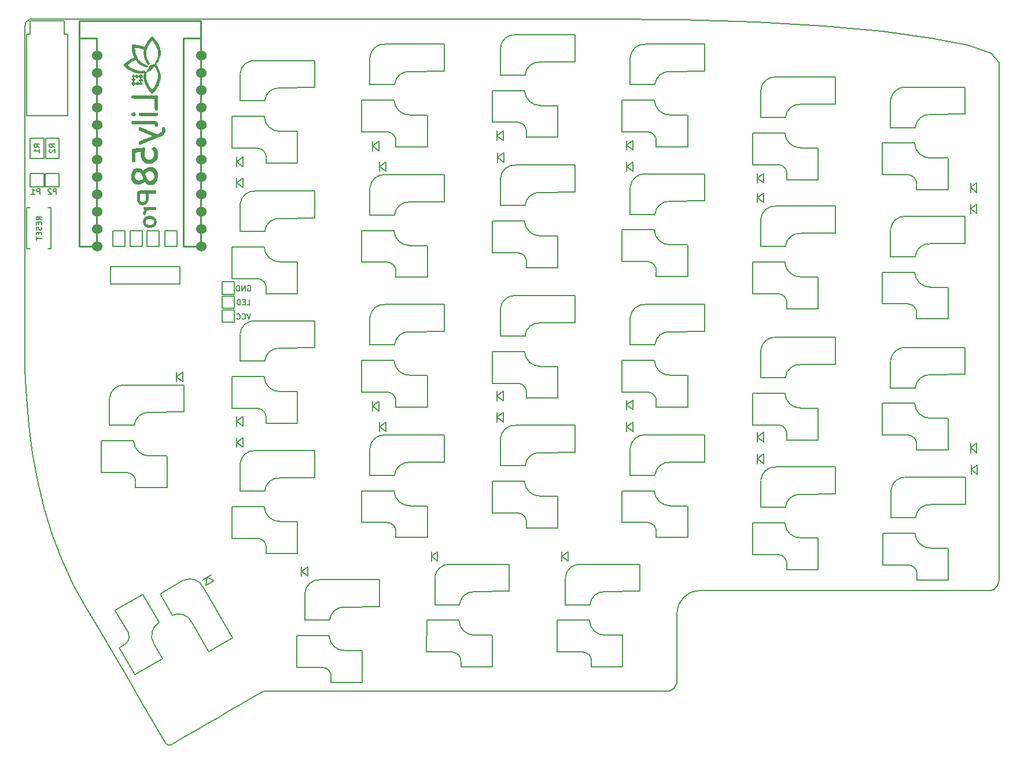
<source format=gbo>
G04 #@! TF.GenerationSoftware,KiCad,Pcbnew,7.0.10*
G04 #@! TF.CreationDate,2024-04-22T20:06:49+02:00*
G04 #@! TF.ProjectId,Lily58_Pro,4c696c79-3538-45f5-9072-6f2e6b696361,rev?*
G04 #@! TF.SameCoordinates,Original*
G04 #@! TF.FileFunction,Legend,Bot*
G04 #@! TF.FilePolarity,Positive*
%FSLAX46Y46*%
G04 Gerber Fmt 4.6, Leading zero omitted, Abs format (unit mm)*
G04 Created by KiCad (PCBNEW 7.0.10) date 2024-04-22 20:06:49*
%MOMM*%
%LPD*%
G01*
G04 APERTURE LIST*
%ADD10C,0.150000*%
%ADD11C,0.010000*%
%ADD12C,0.250000*%
%ADD13C,1.524000*%
G04 #@! TA.AperFunction,Profile*
%ADD14C,0.200000*%
G04 #@! TD*
G04 APERTURE END LIST*
D10*
X115966666Y-80262295D02*
X115699999Y-81062295D01*
X115699999Y-81062295D02*
X115433333Y-80262295D01*
X114709523Y-80986104D02*
X114747619Y-81024200D01*
X114747619Y-81024200D02*
X114861904Y-81062295D01*
X114861904Y-81062295D02*
X114938095Y-81062295D01*
X114938095Y-81062295D02*
X115052381Y-81024200D01*
X115052381Y-81024200D02*
X115128571Y-80948009D01*
X115128571Y-80948009D02*
X115166666Y-80871819D01*
X115166666Y-80871819D02*
X115204762Y-80719438D01*
X115204762Y-80719438D02*
X115204762Y-80605152D01*
X115204762Y-80605152D02*
X115166666Y-80452771D01*
X115166666Y-80452771D02*
X115128571Y-80376580D01*
X115128571Y-80376580D02*
X115052381Y-80300390D01*
X115052381Y-80300390D02*
X114938095Y-80262295D01*
X114938095Y-80262295D02*
X114861904Y-80262295D01*
X114861904Y-80262295D02*
X114747619Y-80300390D01*
X114747619Y-80300390D02*
X114709523Y-80338485D01*
X113909523Y-80986104D02*
X113947619Y-81024200D01*
X113947619Y-81024200D02*
X114061904Y-81062295D01*
X114061904Y-81062295D02*
X114138095Y-81062295D01*
X114138095Y-81062295D02*
X114252381Y-81024200D01*
X114252381Y-81024200D02*
X114328571Y-80948009D01*
X114328571Y-80948009D02*
X114366666Y-80871819D01*
X114366666Y-80871819D02*
X114404762Y-80719438D01*
X114404762Y-80719438D02*
X114404762Y-80605152D01*
X114404762Y-80605152D02*
X114366666Y-80452771D01*
X114366666Y-80452771D02*
X114328571Y-80376580D01*
X114328571Y-80376580D02*
X114252381Y-80300390D01*
X114252381Y-80300390D02*
X114138095Y-80262295D01*
X114138095Y-80262295D02*
X114061904Y-80262295D01*
X114061904Y-80262295D02*
X113947619Y-80300390D01*
X113947619Y-80300390D02*
X113909523Y-80338485D01*
X115414285Y-78962295D02*
X115795237Y-78962295D01*
X115795237Y-78962295D02*
X115795237Y-78162295D01*
X115147618Y-78543247D02*
X114880952Y-78543247D01*
X114766666Y-78962295D02*
X115147618Y-78962295D01*
X115147618Y-78962295D02*
X115147618Y-78162295D01*
X115147618Y-78162295D02*
X114766666Y-78162295D01*
X114423808Y-78962295D02*
X114423808Y-78162295D01*
X114423808Y-78162295D02*
X114233332Y-78162295D01*
X114233332Y-78162295D02*
X114119046Y-78200390D01*
X114119046Y-78200390D02*
X114042856Y-78276580D01*
X114042856Y-78276580D02*
X114004761Y-78352771D01*
X114004761Y-78352771D02*
X113966665Y-78505152D01*
X113966665Y-78505152D02*
X113966665Y-78619438D01*
X113966665Y-78619438D02*
X114004761Y-78771819D01*
X114004761Y-78771819D02*
X114042856Y-78848009D01*
X114042856Y-78848009D02*
X114119046Y-78924200D01*
X114119046Y-78924200D02*
X114233332Y-78962295D01*
X114233332Y-78962295D02*
X114423808Y-78962295D01*
X115509523Y-76200390D02*
X115585713Y-76162295D01*
X115585713Y-76162295D02*
X115699999Y-76162295D01*
X115699999Y-76162295D02*
X115814285Y-76200390D01*
X115814285Y-76200390D02*
X115890475Y-76276580D01*
X115890475Y-76276580D02*
X115928570Y-76352771D01*
X115928570Y-76352771D02*
X115966666Y-76505152D01*
X115966666Y-76505152D02*
X115966666Y-76619438D01*
X115966666Y-76619438D02*
X115928570Y-76771819D01*
X115928570Y-76771819D02*
X115890475Y-76848009D01*
X115890475Y-76848009D02*
X115814285Y-76924200D01*
X115814285Y-76924200D02*
X115699999Y-76962295D01*
X115699999Y-76962295D02*
X115623808Y-76962295D01*
X115623808Y-76962295D02*
X115509523Y-76924200D01*
X115509523Y-76924200D02*
X115471427Y-76886104D01*
X115471427Y-76886104D02*
X115471427Y-76619438D01*
X115471427Y-76619438D02*
X115623808Y-76619438D01*
X115128570Y-76962295D02*
X115128570Y-76162295D01*
X115128570Y-76162295D02*
X114671427Y-76962295D01*
X114671427Y-76962295D02*
X114671427Y-76162295D01*
X114290475Y-76962295D02*
X114290475Y-76162295D01*
X114290475Y-76162295D02*
X114099999Y-76162295D01*
X114099999Y-76162295D02*
X113985713Y-76200390D01*
X113985713Y-76200390D02*
X113909523Y-76276580D01*
X113909523Y-76276580D02*
X113871428Y-76352771D01*
X113871428Y-76352771D02*
X113833332Y-76505152D01*
X113833332Y-76505152D02*
X113833332Y-76619438D01*
X113833332Y-76619438D02*
X113871428Y-76771819D01*
X113871428Y-76771819D02*
X113909523Y-76848009D01*
X113909523Y-76848009D02*
X113985713Y-76924200D01*
X113985713Y-76924200D02*
X114099999Y-76962295D01*
X114099999Y-76962295D02*
X114290475Y-76962295D01*
X85090475Y-62762295D02*
X85090475Y-61962295D01*
X85090475Y-61962295D02*
X84785713Y-61962295D01*
X84785713Y-61962295D02*
X84709523Y-62000390D01*
X84709523Y-62000390D02*
X84671428Y-62038485D01*
X84671428Y-62038485D02*
X84633332Y-62114676D01*
X84633332Y-62114676D02*
X84633332Y-62228961D01*
X84633332Y-62228961D02*
X84671428Y-62305152D01*
X84671428Y-62305152D02*
X84709523Y-62343247D01*
X84709523Y-62343247D02*
X84785713Y-62381342D01*
X84785713Y-62381342D02*
X85090475Y-62381342D01*
X83871428Y-62762295D02*
X84328571Y-62762295D01*
X84099999Y-62762295D02*
X84099999Y-61962295D01*
X84099999Y-61962295D02*
X84176190Y-62076580D01*
X84176190Y-62076580D02*
X84252380Y-62152771D01*
X84252380Y-62152771D02*
X84328571Y-62190866D01*
X87490475Y-62762295D02*
X87490475Y-61962295D01*
X87490475Y-61962295D02*
X87185713Y-61962295D01*
X87185713Y-61962295D02*
X87109523Y-62000390D01*
X87109523Y-62000390D02*
X87071428Y-62038485D01*
X87071428Y-62038485D02*
X87033332Y-62114676D01*
X87033332Y-62114676D02*
X87033332Y-62228961D01*
X87033332Y-62228961D02*
X87071428Y-62305152D01*
X87071428Y-62305152D02*
X87109523Y-62343247D01*
X87109523Y-62343247D02*
X87185713Y-62381342D01*
X87185713Y-62381342D02*
X87490475Y-62381342D01*
X86728571Y-62038485D02*
X86690475Y-62000390D01*
X86690475Y-62000390D02*
X86614285Y-61962295D01*
X86614285Y-61962295D02*
X86423809Y-61962295D01*
X86423809Y-61962295D02*
X86347618Y-62000390D01*
X86347618Y-62000390D02*
X86309523Y-62038485D01*
X86309523Y-62038485D02*
X86271428Y-62114676D01*
X86271428Y-62114676D02*
X86271428Y-62190866D01*
X86271428Y-62190866D02*
X86309523Y-62305152D01*
X86309523Y-62305152D02*
X86766666Y-62762295D01*
X86766666Y-62762295D02*
X86271428Y-62762295D01*
X87300330Y-55905939D02*
X86919377Y-55639272D01*
X87300330Y-55448796D02*
X86500330Y-55448796D01*
X86500330Y-55448796D02*
X86500330Y-55753558D01*
X86500330Y-55753558D02*
X86538425Y-55829748D01*
X86538425Y-55829748D02*
X86576520Y-55867843D01*
X86576520Y-55867843D02*
X86652711Y-55905939D01*
X86652711Y-55905939D02*
X86766996Y-55905939D01*
X86766996Y-55905939D02*
X86843187Y-55867843D01*
X86843187Y-55867843D02*
X86881282Y-55829748D01*
X86881282Y-55829748D02*
X86919377Y-55753558D01*
X86919377Y-55753558D02*
X86919377Y-55448796D01*
X86576520Y-56210700D02*
X86538425Y-56248796D01*
X86538425Y-56248796D02*
X86500330Y-56324986D01*
X86500330Y-56324986D02*
X86500330Y-56515462D01*
X86500330Y-56515462D02*
X86538425Y-56591653D01*
X86538425Y-56591653D02*
X86576520Y-56629748D01*
X86576520Y-56629748D02*
X86652711Y-56667843D01*
X86652711Y-56667843D02*
X86728901Y-56667843D01*
X86728901Y-56667843D02*
X86843187Y-56629748D01*
X86843187Y-56629748D02*
X87300330Y-56172605D01*
X87300330Y-56172605D02*
X87300330Y-56667843D01*
X85062295Y-55905939D02*
X84681342Y-55639272D01*
X85062295Y-55448796D02*
X84262295Y-55448796D01*
X84262295Y-55448796D02*
X84262295Y-55753558D01*
X84262295Y-55753558D02*
X84300390Y-55829748D01*
X84300390Y-55829748D02*
X84338485Y-55867843D01*
X84338485Y-55867843D02*
X84414676Y-55905939D01*
X84414676Y-55905939D02*
X84528961Y-55905939D01*
X84528961Y-55905939D02*
X84605152Y-55867843D01*
X84605152Y-55867843D02*
X84643247Y-55829748D01*
X84643247Y-55829748D02*
X84681342Y-55753558D01*
X84681342Y-55753558D02*
X84681342Y-55448796D01*
X85062295Y-56667843D02*
X85062295Y-56210700D01*
X85062295Y-56439272D02*
X84262295Y-56439272D01*
X84262295Y-56439272D02*
X84376580Y-56363081D01*
X84376580Y-56363081D02*
X84452771Y-56286891D01*
X84452771Y-56286891D02*
X84490866Y-56210700D01*
X85362295Y-66538095D02*
X84981342Y-66271428D01*
X85362295Y-66080952D02*
X84562295Y-66080952D01*
X84562295Y-66080952D02*
X84562295Y-66385714D01*
X84562295Y-66385714D02*
X84600390Y-66461904D01*
X84600390Y-66461904D02*
X84638485Y-66499999D01*
X84638485Y-66499999D02*
X84714676Y-66538095D01*
X84714676Y-66538095D02*
X84828961Y-66538095D01*
X84828961Y-66538095D02*
X84905152Y-66499999D01*
X84905152Y-66499999D02*
X84943247Y-66461904D01*
X84943247Y-66461904D02*
X84981342Y-66385714D01*
X84981342Y-66385714D02*
X84981342Y-66080952D01*
X84943247Y-66880952D02*
X84943247Y-67147618D01*
X85362295Y-67261904D02*
X85362295Y-66880952D01*
X85362295Y-66880952D02*
X84562295Y-66880952D01*
X84562295Y-66880952D02*
X84562295Y-67261904D01*
X85324200Y-67566666D02*
X85362295Y-67680952D01*
X85362295Y-67680952D02*
X85362295Y-67871428D01*
X85362295Y-67871428D02*
X85324200Y-67947619D01*
X85324200Y-67947619D02*
X85286104Y-67985714D01*
X85286104Y-67985714D02*
X85209914Y-68023809D01*
X85209914Y-68023809D02*
X85133723Y-68023809D01*
X85133723Y-68023809D02*
X85057533Y-67985714D01*
X85057533Y-67985714D02*
X85019438Y-67947619D01*
X85019438Y-67947619D02*
X84981342Y-67871428D01*
X84981342Y-67871428D02*
X84943247Y-67719047D01*
X84943247Y-67719047D02*
X84905152Y-67642857D01*
X84905152Y-67642857D02*
X84867057Y-67604762D01*
X84867057Y-67604762D02*
X84790866Y-67566666D01*
X84790866Y-67566666D02*
X84714676Y-67566666D01*
X84714676Y-67566666D02*
X84638485Y-67604762D01*
X84638485Y-67604762D02*
X84600390Y-67642857D01*
X84600390Y-67642857D02*
X84562295Y-67719047D01*
X84562295Y-67719047D02*
X84562295Y-67909524D01*
X84562295Y-67909524D02*
X84600390Y-68023809D01*
X84943247Y-68366667D02*
X84943247Y-68633333D01*
X85362295Y-68747619D02*
X85362295Y-68366667D01*
X85362295Y-68366667D02*
X84562295Y-68366667D01*
X84562295Y-68366667D02*
X84562295Y-68747619D01*
X84562295Y-68976191D02*
X84562295Y-69433334D01*
X85362295Y-69204762D02*
X84562295Y-69204762D01*
X83150000Y-39300000D02*
X83650000Y-39300000D01*
X89150000Y-39300000D02*
X89150000Y-51300000D01*
X89150000Y-51300000D02*
X83150000Y-51300000D01*
X83150000Y-51300000D02*
X83150000Y-39300000D01*
X83650000Y-39300000D02*
X83650000Y-37400000D01*
X83700000Y-37400000D02*
X88650000Y-37400000D01*
X89150000Y-39300000D02*
X88650000Y-39300000D01*
X88650000Y-39300000D02*
X88650000Y-37400000D01*
X113600000Y-79500000D02*
X111800000Y-79500000D01*
X111800000Y-79500000D02*
X111800000Y-77700000D01*
X111800000Y-77700000D02*
X113600000Y-77700000D01*
X113600000Y-77700000D02*
X113600000Y-79500000D01*
X113600000Y-81500000D02*
X111800000Y-81500000D01*
X111800000Y-81500000D02*
X111800000Y-79700000D01*
X111800000Y-79700000D02*
X113600000Y-79700000D01*
X113600000Y-79700000D02*
X113600000Y-81500000D01*
X113600000Y-77400000D02*
X111800000Y-77400000D01*
X111800000Y-77400000D02*
X111800000Y-75600000D01*
X111800000Y-75600000D02*
X113600000Y-75600000D01*
X113600000Y-75600000D02*
X113600000Y-77400000D01*
D11*
X103175029Y-52919919D02*
X103242279Y-52941157D01*
X103300423Y-53000222D01*
X103349328Y-53096925D01*
X103388858Y-53231077D01*
X103405708Y-53365696D01*
X103392457Y-53528350D01*
X103345052Y-53687389D01*
X103265621Y-53836070D01*
X103156295Y-53967650D01*
X103141632Y-53981637D01*
X103089291Y-54026220D01*
X103027863Y-54069887D01*
X102953383Y-54114628D01*
X102861884Y-54162432D01*
X102749400Y-54215288D01*
X102611967Y-54275185D01*
X102445617Y-54344114D01*
X102246385Y-54424063D01*
X102229199Y-54430901D01*
X102145176Y-54464759D01*
X102067794Y-54496544D01*
X102011924Y-54520163D01*
X101996434Y-54526885D01*
X101960472Y-54542276D01*
X101916046Y-54560981D01*
X101859195Y-54584630D01*
X101785957Y-54614856D01*
X101692372Y-54653292D01*
X101574478Y-54701569D01*
X101428316Y-54761320D01*
X101249924Y-54834178D01*
X101230546Y-54842090D01*
X101102978Y-54894227D01*
X100978034Y-54945364D01*
X100864104Y-54992060D01*
X100769578Y-55030879D01*
X100702847Y-55058382D01*
X100626061Y-55090079D01*
X100523193Y-55132441D01*
X100410743Y-55178673D01*
X100302308Y-55223180D01*
X100197856Y-55266193D01*
X100088564Y-55311526D01*
X99989549Y-55352899D01*
X99913766Y-55384918D01*
X99821245Y-55419583D01*
X99723177Y-55441405D01*
X99650414Y-55437493D01*
X99604881Y-55407707D01*
X99593613Y-55380472D01*
X99583169Y-55316808D01*
X99579385Y-55230796D01*
X99580063Y-55178754D01*
X99585115Y-55118121D01*
X99597050Y-55079579D01*
X99618147Y-55052641D01*
X99619635Y-55051256D01*
X99631665Y-55040579D01*
X99645755Y-55030261D01*
X99665714Y-55018671D01*
X99695352Y-55004174D01*
X99738480Y-54985138D01*
X99798908Y-54959928D01*
X99880446Y-54926911D01*
X99986903Y-54884454D01*
X100122091Y-54830923D01*
X100289819Y-54764684D01*
X100358059Y-54737721D01*
X100478650Y-54689951D01*
X100586997Y-54646880D01*
X100677071Y-54610911D01*
X100742841Y-54584450D01*
X100778280Y-54569899D01*
X100811117Y-54556141D01*
X100887022Y-54525123D01*
X100979349Y-54487986D01*
X101075652Y-54449694D01*
X101163480Y-54415217D01*
X101230385Y-54389519D01*
X101254064Y-54380548D01*
X101357955Y-54340105D01*
X101469930Y-54295229D01*
X101568086Y-54254665D01*
X101572560Y-54252806D01*
X101625154Y-54234899D01*
X101664802Y-54227538D01*
X101684566Y-54223675D01*
X101673536Y-54209505D01*
X101626133Y-54185311D01*
X101543000Y-54151493D01*
X101535031Y-54148439D01*
X101455081Y-54117128D01*
X101360280Y-54079158D01*
X101269462Y-54042064D01*
X101268013Y-54041465D01*
X101168074Y-54000400D01*
X101056382Y-53954898D01*
X100956847Y-53914702D01*
X100897811Y-53890959D01*
X100788285Y-53846655D01*
X100682811Y-53803705D01*
X100592135Y-53766492D01*
X100527000Y-53739398D01*
X100519315Y-53736211D01*
X100474563Y-53718193D01*
X100408219Y-53691891D01*
X100331616Y-53661803D01*
X100316518Y-53655892D01*
X100230197Y-53621814D01*
X100148521Y-53589174D01*
X100087385Y-53564315D01*
X100077829Y-53560364D01*
X100011734Y-53533111D01*
X99928271Y-53498774D01*
X99843154Y-53463820D01*
X99821671Y-53454874D01*
X99743393Y-53420192D01*
X99676339Y-53387516D01*
X99633116Y-53362904D01*
X99616326Y-53350793D01*
X99595874Y-53329361D01*
X99584807Y-53299262D01*
X99580264Y-53250362D01*
X99579385Y-53172526D01*
X99580743Y-53109206D01*
X99590256Y-53033902D01*
X99611865Y-52987500D01*
X99649064Y-52964034D01*
X99705349Y-52957538D01*
X99739043Y-52960381D01*
X99784007Y-52971143D01*
X99844561Y-52992112D01*
X99927230Y-53025567D01*
X100038539Y-53073783D01*
X100038836Y-53073914D01*
X100071296Y-53087830D01*
X100134619Y-53114661D01*
X100223722Y-53152270D01*
X100333525Y-53198521D01*
X100458945Y-53251278D01*
X100594902Y-53308404D01*
X100736313Y-53367764D01*
X100878098Y-53427221D01*
X101015175Y-53484639D01*
X101142462Y-53537881D01*
X101209593Y-53565937D01*
X101315482Y-53610198D01*
X101394346Y-53643187D01*
X101452145Y-53667405D01*
X101494836Y-53685355D01*
X101528378Y-53699539D01*
X101558729Y-53712460D01*
X101591847Y-53726620D01*
X101629736Y-53742763D01*
X101698159Y-53771813D01*
X101783385Y-53807932D01*
X101875154Y-53846768D01*
X101955703Y-53880940D01*
X102040518Y-53917162D01*
X102109135Y-53946720D01*
X102151646Y-53965365D01*
X102179615Y-53977679D01*
X102210939Y-53987779D01*
X102242291Y-53988726D01*
X102282708Y-53979115D01*
X102341227Y-53957541D01*
X102426887Y-53922601D01*
X102525505Y-53880661D01*
X102671438Y-53811206D01*
X102785714Y-53744781D01*
X102872576Y-53678410D01*
X102936268Y-53609116D01*
X102981034Y-53533923D01*
X102982312Y-53531152D01*
X103007945Y-53461203D01*
X103015315Y-53394259D01*
X103004155Y-53317949D01*
X102974194Y-53219902D01*
X102972618Y-53215379D01*
X102950568Y-53148056D01*
X102941691Y-53104623D01*
X102945007Y-53073205D01*
X102959540Y-53041923D01*
X103009303Y-52983883D01*
X103084894Y-52938401D01*
X103167527Y-52919889D01*
X103175029Y-52919919D01*
G36*
X103175029Y-52919919D02*
G01*
X103242279Y-52941157D01*
X103300423Y-53000222D01*
X103349328Y-53096925D01*
X103388858Y-53231077D01*
X103405708Y-53365696D01*
X103392457Y-53528350D01*
X103345052Y-53687389D01*
X103265621Y-53836070D01*
X103156295Y-53967650D01*
X103141632Y-53981637D01*
X103089291Y-54026220D01*
X103027863Y-54069887D01*
X102953383Y-54114628D01*
X102861884Y-54162432D01*
X102749400Y-54215288D01*
X102611967Y-54275185D01*
X102445617Y-54344114D01*
X102246385Y-54424063D01*
X102229199Y-54430901D01*
X102145176Y-54464759D01*
X102067794Y-54496544D01*
X102011924Y-54520163D01*
X101996434Y-54526885D01*
X101960472Y-54542276D01*
X101916046Y-54560981D01*
X101859195Y-54584630D01*
X101785957Y-54614856D01*
X101692372Y-54653292D01*
X101574478Y-54701569D01*
X101428316Y-54761320D01*
X101249924Y-54834178D01*
X101230546Y-54842090D01*
X101102978Y-54894227D01*
X100978034Y-54945364D01*
X100864104Y-54992060D01*
X100769578Y-55030879D01*
X100702847Y-55058382D01*
X100626061Y-55090079D01*
X100523193Y-55132441D01*
X100410743Y-55178673D01*
X100302308Y-55223180D01*
X100197856Y-55266193D01*
X100088564Y-55311526D01*
X99989549Y-55352899D01*
X99913766Y-55384918D01*
X99821245Y-55419583D01*
X99723177Y-55441405D01*
X99650414Y-55437493D01*
X99604881Y-55407707D01*
X99593613Y-55380472D01*
X99583169Y-55316808D01*
X99579385Y-55230796D01*
X99580063Y-55178754D01*
X99585115Y-55118121D01*
X99597050Y-55079579D01*
X99618147Y-55052641D01*
X99619635Y-55051256D01*
X99631665Y-55040579D01*
X99645755Y-55030261D01*
X99665714Y-55018671D01*
X99695352Y-55004174D01*
X99738480Y-54985138D01*
X99798908Y-54959928D01*
X99880446Y-54926911D01*
X99986903Y-54884454D01*
X100122091Y-54830923D01*
X100289819Y-54764684D01*
X100358059Y-54737721D01*
X100478650Y-54689951D01*
X100586997Y-54646880D01*
X100677071Y-54610911D01*
X100742841Y-54584450D01*
X100778280Y-54569899D01*
X100811117Y-54556141D01*
X100887022Y-54525123D01*
X100979349Y-54487986D01*
X101075652Y-54449694D01*
X101163480Y-54415217D01*
X101230385Y-54389519D01*
X101254064Y-54380548D01*
X101357955Y-54340105D01*
X101469930Y-54295229D01*
X101568086Y-54254665D01*
X101572560Y-54252806D01*
X101625154Y-54234899D01*
X101664802Y-54227538D01*
X101684566Y-54223675D01*
X101673536Y-54209505D01*
X101626133Y-54185311D01*
X101543000Y-54151493D01*
X101535031Y-54148439D01*
X101455081Y-54117128D01*
X101360280Y-54079158D01*
X101269462Y-54042064D01*
X101268013Y-54041465D01*
X101168074Y-54000400D01*
X101056382Y-53954898D01*
X100956847Y-53914702D01*
X100897811Y-53890959D01*
X100788285Y-53846655D01*
X100682811Y-53803705D01*
X100592135Y-53766492D01*
X100527000Y-53739398D01*
X100519315Y-53736211D01*
X100474563Y-53718193D01*
X100408219Y-53691891D01*
X100331616Y-53661803D01*
X100316518Y-53655892D01*
X100230197Y-53621814D01*
X100148521Y-53589174D01*
X100087385Y-53564315D01*
X100077829Y-53560364D01*
X100011734Y-53533111D01*
X99928271Y-53498774D01*
X99843154Y-53463820D01*
X99821671Y-53454874D01*
X99743393Y-53420192D01*
X99676339Y-53387516D01*
X99633116Y-53362904D01*
X99616326Y-53350793D01*
X99595874Y-53329361D01*
X99584807Y-53299262D01*
X99580264Y-53250362D01*
X99579385Y-53172526D01*
X99580743Y-53109206D01*
X99590256Y-53033902D01*
X99611865Y-52987500D01*
X99649064Y-52964034D01*
X99705349Y-52957538D01*
X99739043Y-52960381D01*
X99784007Y-52971143D01*
X99844561Y-52992112D01*
X99927230Y-53025567D01*
X100038539Y-53073783D01*
X100038836Y-53073914D01*
X100071296Y-53087830D01*
X100134619Y-53114661D01*
X100223722Y-53152270D01*
X100333525Y-53198521D01*
X100458945Y-53251278D01*
X100594902Y-53308404D01*
X100736313Y-53367764D01*
X100878098Y-53427221D01*
X101015175Y-53484639D01*
X101142462Y-53537881D01*
X101209593Y-53565937D01*
X101315482Y-53610198D01*
X101394346Y-53643187D01*
X101452145Y-53667405D01*
X101494836Y-53685355D01*
X101528378Y-53699539D01*
X101558729Y-53712460D01*
X101591847Y-53726620D01*
X101629736Y-53742763D01*
X101698159Y-53771813D01*
X101783385Y-53807932D01*
X101875154Y-53846768D01*
X101955703Y-53880940D01*
X102040518Y-53917162D01*
X102109135Y-53946720D01*
X102151646Y-53965365D01*
X102179615Y-53977679D01*
X102210939Y-53987779D01*
X102242291Y-53988726D01*
X102282708Y-53979115D01*
X102341227Y-53957541D01*
X102426887Y-53922601D01*
X102525505Y-53880661D01*
X102671438Y-53811206D01*
X102785714Y-53744781D01*
X102872576Y-53678410D01*
X102936268Y-53609116D01*
X102981034Y-53533923D01*
X102982312Y-53531152D01*
X103007945Y-53461203D01*
X103015315Y-53394259D01*
X103004155Y-53317949D01*
X102974194Y-53219902D01*
X102972618Y-53215379D01*
X102950568Y-53148056D01*
X102941691Y-53104623D01*
X102945007Y-53073205D01*
X102959540Y-53041923D01*
X103009303Y-52983883D01*
X103084894Y-52938401D01*
X103167527Y-52919889D01*
X103175029Y-52919919D01*
G37*
X101494022Y-39652293D02*
X101497074Y-39652980D01*
X101529378Y-39675033D01*
X101580091Y-39721470D01*
X101644653Y-39787361D01*
X101718500Y-39867778D01*
X101797072Y-39957789D01*
X101875807Y-40052466D01*
X101950142Y-40146880D01*
X101953044Y-40150679D01*
X101987203Y-40194441D01*
X102012265Y-40225033D01*
X102031035Y-40247625D01*
X102089950Y-40327852D01*
X102158921Y-40431913D01*
X102232948Y-40551575D01*
X102307033Y-40678607D01*
X102376177Y-40804774D01*
X102435381Y-40921846D01*
X102474134Y-41008347D01*
X102540813Y-41181976D01*
X102602328Y-41371859D01*
X102654157Y-41563515D01*
X102691773Y-41742461D01*
X102695234Y-41780013D01*
X102698502Y-41847370D01*
X102701173Y-41934720D01*
X102702878Y-42032469D01*
X102697146Y-42214293D01*
X102658024Y-42503720D01*
X102583171Y-42797678D01*
X102473772Y-43092616D01*
X102331013Y-43384980D01*
X102156078Y-43671220D01*
X102136179Y-43700674D01*
X102095519Y-43761964D01*
X102072584Y-43800967D01*
X102064363Y-43825089D01*
X102067843Y-43841739D01*
X102080014Y-43858324D01*
X102105261Y-43889424D01*
X102157991Y-43955981D01*
X102188018Y-43997112D01*
X102197539Y-44015760D01*
X102199824Y-44022366D01*
X102217893Y-44054399D01*
X102248077Y-44100863D01*
X102263872Y-44125282D01*
X102312178Y-44210016D01*
X102367453Y-44317851D01*
X102425109Y-44438950D01*
X102480555Y-44563474D01*
X102529204Y-44681587D01*
X102566466Y-44783449D01*
X102628755Y-44994110D01*
X102684180Y-45269860D01*
X102705816Y-45539080D01*
X102693671Y-45808321D01*
X102647752Y-46084137D01*
X102568065Y-46373077D01*
X102547723Y-46431729D01*
X102498834Y-46556048D01*
X102439661Y-46691919D01*
X102375826Y-46827173D01*
X102312950Y-46949640D01*
X102256654Y-47047154D01*
X102242519Y-47069556D01*
X102209856Y-47121420D01*
X102187770Y-47156630D01*
X102155832Y-47206301D01*
X102052979Y-47352881D01*
X101932840Y-47509186D01*
X101804411Y-47664209D01*
X101676690Y-47806939D01*
X101558673Y-47926367D01*
X101484385Y-47996572D01*
X101396462Y-47902651D01*
X101349862Y-47852361D01*
X101265778Y-47759444D01*
X101184867Y-47667615D01*
X101115065Y-47585932D01*
X101064308Y-47523457D01*
X101055195Y-47511773D01*
X101019672Y-47467742D01*
X100994992Y-47439369D01*
X100990746Y-47434551D01*
X100964717Y-47400185D01*
X100925217Y-47344557D01*
X100878344Y-47276486D01*
X100830194Y-47204792D01*
X100786866Y-47138295D01*
X100763964Y-47101068D01*
X100711024Y-47008920D01*
X100651832Y-46900096D01*
X100592929Y-46787016D01*
X100540859Y-46682100D01*
X100502162Y-46597769D01*
X100407391Y-46343481D01*
X100329775Y-46042094D01*
X100289280Y-45741257D01*
X100287227Y-45540105D01*
X100585011Y-45540105D01*
X100601751Y-45766823D01*
X100641759Y-45977818D01*
X100655257Y-46028422D01*
X100706801Y-46198228D01*
X100766613Y-46356845D01*
X100840275Y-46518011D01*
X100933369Y-46695461D01*
X100963684Y-46747676D01*
X101018625Y-46834399D01*
X101083635Y-46930581D01*
X101154745Y-47030976D01*
X101227987Y-47130337D01*
X101299395Y-47223417D01*
X101365000Y-47304969D01*
X101420834Y-47369746D01*
X101462930Y-47412502D01*
X101487319Y-47427989D01*
X101489451Y-47427803D01*
X101519636Y-47409090D01*
X101566853Y-47363244D01*
X101627205Y-47295296D01*
X101696796Y-47210279D01*
X101771730Y-47113222D01*
X101848112Y-47009157D01*
X101922045Y-46903116D01*
X101989634Y-46800130D01*
X102046982Y-46705231D01*
X102143964Y-46521074D01*
X102253054Y-46266620D01*
X102333944Y-46013780D01*
X102383562Y-45771072D01*
X102396192Y-45673642D01*
X102406899Y-45551998D01*
X102408175Y-45442770D01*
X102399989Y-45330760D01*
X102382306Y-45200769D01*
X102352802Y-45042301D01*
X102300818Y-44848044D01*
X102229189Y-44653534D01*
X102133537Y-44445476D01*
X102116539Y-44411859D01*
X102060035Y-44306597D01*
X102002392Y-44207650D01*
X101947349Y-44120737D01*
X101898648Y-44051576D01*
X101860029Y-44005885D01*
X101835231Y-43989384D01*
X101786079Y-43999399D01*
X101725049Y-44044677D01*
X101674822Y-44123927D01*
X101647769Y-44176471D01*
X101583102Y-44270027D01*
X101496634Y-44361210D01*
X101385174Y-44452507D01*
X101245530Y-44546406D01*
X101074511Y-44645393D01*
X100868924Y-44751956D01*
X100683308Y-44844111D01*
X100635166Y-45037094D01*
X100621737Y-45096376D01*
X100591640Y-45311882D01*
X100585011Y-45540105D01*
X100287227Y-45540105D01*
X100286242Y-45443642D01*
X100320996Y-45151923D01*
X100331512Y-45093555D01*
X100343288Y-45021202D01*
X100349979Y-44970311D01*
X100350359Y-44949322D01*
X100349128Y-44948817D01*
X100322557Y-44951434D01*
X100269797Y-44961974D01*
X100200656Y-44978523D01*
X100095701Y-44997958D01*
X99958018Y-45011270D01*
X99802697Y-45017376D01*
X99640364Y-45016355D01*
X99481645Y-45008284D01*
X99337167Y-44993242D01*
X99217555Y-44971307D01*
X99165995Y-44958313D01*
X98894620Y-44876128D01*
X98634256Y-44772196D01*
X98378003Y-44643108D01*
X98118961Y-44485457D01*
X97850231Y-44295832D01*
X97808806Y-44264536D01*
X97742836Y-44213631D01*
X97691096Y-44172370D01*
X97662187Y-44147538D01*
X97647699Y-44133788D01*
X97605808Y-44095130D01*
X97547746Y-44042228D01*
X97481457Y-43982344D01*
X97437819Y-43941802D01*
X97383468Y-43886951D01*
X97346259Y-43843774D01*
X97332462Y-43819142D01*
X97332513Y-43818067D01*
X97338565Y-43806842D01*
X97863154Y-43806842D01*
X97869933Y-43828653D01*
X98013535Y-43949689D01*
X98256412Y-44138684D01*
X98488045Y-44297240D01*
X98712816Y-44428037D01*
X98935109Y-44533756D01*
X99159308Y-44617077D01*
X99299050Y-44657029D01*
X99483200Y-44696794D01*
X99663009Y-44722541D01*
X99823616Y-44731705D01*
X99918148Y-44727579D01*
X100041975Y-44714415D01*
X100170301Y-44694440D01*
X100288601Y-44669954D01*
X100382349Y-44643257D01*
X100406362Y-44635127D01*
X100450459Y-44622432D01*
X100470643Y-44620130D01*
X100468513Y-44639365D01*
X100456897Y-44685805D01*
X100438288Y-44749079D01*
X100426264Y-44787784D01*
X100407249Y-44855881D01*
X100405411Y-44893444D01*
X100425029Y-44905360D01*
X100470383Y-44896518D01*
X100545754Y-44871803D01*
X100566259Y-44864814D01*
X100633189Y-44839870D01*
X100672897Y-44818656D01*
X100693772Y-44795505D01*
X100704203Y-44764748D01*
X100717727Y-44716254D01*
X100747600Y-44639916D01*
X100784912Y-44565165D01*
X100824604Y-44500834D01*
X100861617Y-44455758D01*
X100890891Y-44438769D01*
X100892044Y-44438607D01*
X100917869Y-44426936D01*
X100967221Y-44400384D01*
X101031476Y-44363982D01*
X101102011Y-44322761D01*
X101170203Y-44281751D01*
X101227427Y-44245983D01*
X101265060Y-44220488D01*
X101265284Y-44220321D01*
X101278030Y-44207219D01*
X101268476Y-44200334D01*
X101231071Y-44198641D01*
X101160266Y-44201113D01*
X101155397Y-44201332D01*
X101084791Y-44201934D01*
X101030230Y-44197910D01*
X101003172Y-44190064D01*
X101002978Y-44189861D01*
X101004398Y-44165198D01*
X101026591Y-44120531D01*
X101063634Y-44064155D01*
X101109610Y-44004366D01*
X101158596Y-43949458D01*
X101204672Y-43907728D01*
X101208185Y-43905086D01*
X101289435Y-43856961D01*
X101387725Y-43823810D01*
X101513693Y-43801992D01*
X101552500Y-43796462D01*
X101660589Y-43768971D01*
X101753705Y-43722327D01*
X101835231Y-43654053D01*
X101837891Y-43651826D01*
X101919191Y-43552761D01*
X102003649Y-43420423D01*
X102068909Y-43305348D01*
X102186767Y-43071856D01*
X102276721Y-42850617D01*
X102341455Y-42634542D01*
X102383652Y-42416538D01*
X102389887Y-42370343D01*
X102400692Y-42273677D01*
X102407746Y-42186546D01*
X102409758Y-42123461D01*
X102409263Y-42105911D01*
X102397858Y-41963638D01*
X102374763Y-41805022D01*
X102342918Y-41647372D01*
X102305261Y-41508000D01*
X102273952Y-41420813D01*
X102226928Y-41306204D01*
X102170803Y-41179905D01*
X102110843Y-41053364D01*
X102052315Y-40938032D01*
X102000486Y-40845359D01*
X101994714Y-40835895D01*
X101942010Y-40755245D01*
X101873764Y-40657659D01*
X101797352Y-40553070D01*
X101720153Y-40451410D01*
X101649544Y-40362614D01*
X101592905Y-40296615D01*
X101494022Y-40189154D01*
X101386230Y-40306384D01*
X101375137Y-40318654D01*
X101305997Y-40401351D01*
X101225582Y-40505466D01*
X101141227Y-40620775D01*
X101060262Y-40737052D01*
X100990021Y-40844074D01*
X100937837Y-40931615D01*
X100915036Y-40972803D01*
X100887114Y-41021814D01*
X100870651Y-41048846D01*
X100861053Y-41064359D01*
X100831757Y-41123891D01*
X100796010Y-41208209D01*
X100757180Y-41308418D01*
X100718640Y-41415625D01*
X100683760Y-41520937D01*
X100655909Y-41615461D01*
X100646016Y-41653257D01*
X100598588Y-41891777D01*
X100581343Y-42120036D01*
X100593308Y-42349433D01*
X100598055Y-42386205D01*
X100618925Y-42504420D01*
X100648484Y-42636239D01*
X100683371Y-42768565D01*
X100720225Y-42888300D01*
X100755687Y-42982347D01*
X100774155Y-43023147D01*
X100825696Y-43128742D01*
X100886157Y-43244509D01*
X100949299Y-43358997D01*
X101008880Y-43460755D01*
X101058662Y-43538331D01*
X101083095Y-43574305D01*
X101116220Y-43629251D01*
X101127630Y-43662127D01*
X101119633Y-43678229D01*
X101107127Y-43686199D01*
X101066849Y-43715241D01*
X101016824Y-43753832D01*
X101008078Y-43760809D01*
X100973991Y-43786716D01*
X100947766Y-43798088D01*
X100923379Y-43791410D01*
X100894801Y-43763167D01*
X100856008Y-43709843D01*
X100800973Y-43627923D01*
X100776195Y-43589430D01*
X100710943Y-43477850D01*
X100640394Y-43345787D01*
X100569778Y-43203948D01*
X100504322Y-43063040D01*
X100449255Y-42933770D01*
X100409805Y-42826846D01*
X100363883Y-42664359D01*
X100321567Y-42457354D01*
X100294115Y-42246619D01*
X100282369Y-42041725D01*
X100287175Y-41852246D01*
X100309375Y-41687754D01*
X100310602Y-41681928D01*
X100322239Y-41625203D01*
X100324821Y-41586321D01*
X100312939Y-41558723D01*
X100281183Y-41535852D01*
X100224142Y-41511147D01*
X100136407Y-41478051D01*
X100053684Y-41448711D01*
X99886771Y-41397691D01*
X99706875Y-41351388D01*
X99523820Y-41311835D01*
X99347428Y-41281064D01*
X99187522Y-41261109D01*
X99053925Y-41254004D01*
X98929004Y-41254000D01*
X98939936Y-41454269D01*
X98959241Y-41669099D01*
X99014335Y-41984325D01*
X99099200Y-42292313D01*
X99211613Y-42586614D01*
X99349352Y-42860780D01*
X99510192Y-43108363D01*
X99522479Y-43123885D01*
X99572907Y-43179383D01*
X99641777Y-43248460D01*
X99720433Y-43323036D01*
X99800217Y-43395029D01*
X99872474Y-43456357D01*
X99928548Y-43498940D01*
X100019733Y-43557302D01*
X100243171Y-43678371D01*
X100484011Y-43782510D01*
X100727800Y-43863133D01*
X100788199Y-43881388D01*
X100837264Y-43899333D01*
X100859418Y-43911657D01*
X100859817Y-43912442D01*
X100853853Y-43937466D01*
X100829580Y-43975516D01*
X100828643Y-43976713D01*
X100801862Y-44016280D01*
X100790770Y-44043169D01*
X100780904Y-44064242D01*
X100751802Y-44096747D01*
X100742648Y-44104808D01*
X100720858Y-44118722D01*
X100693829Y-44122080D01*
X100650758Y-44114912D01*
X100580840Y-44097251D01*
X100468313Y-44063580D01*
X100285217Y-43995623D01*
X100089004Y-43909137D01*
X99889502Y-43808232D01*
X99763545Y-43731664D01*
X99619144Y-43626431D01*
X99476302Y-43506341D01*
X99343551Y-43379092D01*
X99229418Y-43252383D01*
X99142435Y-43133914D01*
X99126158Y-43108941D01*
X99095313Y-43065984D01*
X99075465Y-43044290D01*
X99066589Y-43044932D01*
X99027286Y-43058578D01*
X98963253Y-43085824D01*
X98880861Y-43123897D01*
X98786481Y-43170027D01*
X98683872Y-43223654D01*
X98443991Y-43365222D01*
X98213679Y-43522761D01*
X98007613Y-43686538D01*
X97998801Y-43694151D01*
X97942490Y-43742051D01*
X97897418Y-43779190D01*
X97872658Y-43798071D01*
X97863154Y-43806842D01*
X97338565Y-43806842D01*
X97348995Y-43787498D01*
X97392229Y-43737194D01*
X97458208Y-43671003D01*
X97542924Y-43592776D01*
X97642370Y-43506361D01*
X97752539Y-43415608D01*
X97783118Y-43391204D01*
X97880022Y-43315514D01*
X97973311Y-43244891D01*
X98057613Y-43183211D01*
X98127555Y-43134354D01*
X98177764Y-43102196D01*
X98202866Y-43090615D01*
X98217338Y-43085735D01*
X98249231Y-43063683D01*
X98249342Y-43063586D01*
X98287003Y-43037918D01*
X98351615Y-43000848D01*
X98434448Y-42956787D01*
X98526775Y-42910143D01*
X98619865Y-42865329D01*
X98704991Y-42826754D01*
X98773424Y-42798828D01*
X98830896Y-42774686D01*
X98878050Y-42747454D01*
X98895539Y-42725993D01*
X98894767Y-42718841D01*
X98882050Y-42678096D01*
X98858666Y-42625798D01*
X98845577Y-42597408D01*
X98816559Y-42524821D01*
X98782279Y-42430959D01*
X98746235Y-42326109D01*
X98711923Y-42220561D01*
X98682839Y-42124602D01*
X98662479Y-42048522D01*
X98613167Y-41802577D01*
X98572486Y-41499629D01*
X98550375Y-41187311D01*
X98537455Y-40856853D01*
X98838612Y-40869721D01*
X99004612Y-40878673D01*
X99252265Y-40900898D01*
X99481165Y-40934206D01*
X99703405Y-40980500D01*
X99931077Y-41041683D01*
X99938632Y-41043933D01*
X100022298Y-41070650D01*
X100109813Y-41101243D01*
X100190885Y-41131844D01*
X100255224Y-41158582D01*
X100292539Y-41177588D01*
X100292843Y-41177791D01*
X100325078Y-41191020D01*
X100374472Y-41204207D01*
X100388309Y-41207045D01*
X100422835Y-41208843D01*
X100441779Y-41190471D01*
X100457264Y-41142963D01*
X100465406Y-41117430D01*
X100496935Y-41039874D01*
X100543525Y-40940423D01*
X100601108Y-40826749D01*
X100665617Y-40706524D01*
X100732986Y-40587418D01*
X100799146Y-40477104D01*
X100860031Y-40383253D01*
X100875664Y-40360660D01*
X100947889Y-40260884D01*
X101028440Y-40155646D01*
X101113346Y-40049540D01*
X101198641Y-39947158D01*
X101280355Y-39853093D01*
X101354521Y-39771936D01*
X101417169Y-39708281D01*
X101464331Y-39666720D01*
X101492040Y-39651846D01*
X101494022Y-39652293D01*
G36*
X101494022Y-39652293D02*
G01*
X101497074Y-39652980D01*
X101529378Y-39675033D01*
X101580091Y-39721470D01*
X101644653Y-39787361D01*
X101718500Y-39867778D01*
X101797072Y-39957789D01*
X101875807Y-40052466D01*
X101950142Y-40146880D01*
X101953044Y-40150679D01*
X101987203Y-40194441D01*
X102012265Y-40225033D01*
X102031035Y-40247625D01*
X102089950Y-40327852D01*
X102158921Y-40431913D01*
X102232948Y-40551575D01*
X102307033Y-40678607D01*
X102376177Y-40804774D01*
X102435381Y-40921846D01*
X102474134Y-41008347D01*
X102540813Y-41181976D01*
X102602328Y-41371859D01*
X102654157Y-41563515D01*
X102691773Y-41742461D01*
X102695234Y-41780013D01*
X102698502Y-41847370D01*
X102701173Y-41934720D01*
X102702878Y-42032469D01*
X102697146Y-42214293D01*
X102658024Y-42503720D01*
X102583171Y-42797678D01*
X102473772Y-43092616D01*
X102331013Y-43384980D01*
X102156078Y-43671220D01*
X102136179Y-43700674D01*
X102095519Y-43761964D01*
X102072584Y-43800967D01*
X102064363Y-43825089D01*
X102067843Y-43841739D01*
X102080014Y-43858324D01*
X102105261Y-43889424D01*
X102157991Y-43955981D01*
X102188018Y-43997112D01*
X102197539Y-44015760D01*
X102199824Y-44022366D01*
X102217893Y-44054399D01*
X102248077Y-44100863D01*
X102263872Y-44125282D01*
X102312178Y-44210016D01*
X102367453Y-44317851D01*
X102425109Y-44438950D01*
X102480555Y-44563474D01*
X102529204Y-44681587D01*
X102566466Y-44783449D01*
X102628755Y-44994110D01*
X102684180Y-45269860D01*
X102705816Y-45539080D01*
X102693671Y-45808321D01*
X102647752Y-46084137D01*
X102568065Y-46373077D01*
X102547723Y-46431729D01*
X102498834Y-46556048D01*
X102439661Y-46691919D01*
X102375826Y-46827173D01*
X102312950Y-46949640D01*
X102256654Y-47047154D01*
X102242519Y-47069556D01*
X102209856Y-47121420D01*
X102187770Y-47156630D01*
X102155832Y-47206301D01*
X102052979Y-47352881D01*
X101932840Y-47509186D01*
X101804411Y-47664209D01*
X101676690Y-47806939D01*
X101558673Y-47926367D01*
X101484385Y-47996572D01*
X101396462Y-47902651D01*
X101349862Y-47852361D01*
X101265778Y-47759444D01*
X101184867Y-47667615D01*
X101115065Y-47585932D01*
X101064308Y-47523457D01*
X101055195Y-47511773D01*
X101019672Y-47467742D01*
X100994992Y-47439369D01*
X100990746Y-47434551D01*
X100964717Y-47400185D01*
X100925217Y-47344557D01*
X100878344Y-47276486D01*
X100830194Y-47204792D01*
X100786866Y-47138295D01*
X100763964Y-47101068D01*
X100711024Y-47008920D01*
X100651832Y-46900096D01*
X100592929Y-46787016D01*
X100540859Y-46682100D01*
X100502162Y-46597769D01*
X100407391Y-46343481D01*
X100329775Y-46042094D01*
X100289280Y-45741257D01*
X100287227Y-45540105D01*
X100585011Y-45540105D01*
X100601751Y-45766823D01*
X100641759Y-45977818D01*
X100655257Y-46028422D01*
X100706801Y-46198228D01*
X100766613Y-46356845D01*
X100840275Y-46518011D01*
X100933369Y-46695461D01*
X100963684Y-46747676D01*
X101018625Y-46834399D01*
X101083635Y-46930581D01*
X101154745Y-47030976D01*
X101227987Y-47130337D01*
X101299395Y-47223417D01*
X101365000Y-47304969D01*
X101420834Y-47369746D01*
X101462930Y-47412502D01*
X101487319Y-47427989D01*
X101489451Y-47427803D01*
X101519636Y-47409090D01*
X101566853Y-47363244D01*
X101627205Y-47295296D01*
X101696796Y-47210279D01*
X101771730Y-47113222D01*
X101848112Y-47009157D01*
X101922045Y-46903116D01*
X101989634Y-46800130D01*
X102046982Y-46705231D01*
X102143964Y-46521074D01*
X102253054Y-46266620D01*
X102333944Y-46013780D01*
X102383562Y-45771072D01*
X102396192Y-45673642D01*
X102406899Y-45551998D01*
X102408175Y-45442770D01*
X102399989Y-45330760D01*
X102382306Y-45200769D01*
X102352802Y-45042301D01*
X102300818Y-44848044D01*
X102229189Y-44653534D01*
X102133537Y-44445476D01*
X102116539Y-44411859D01*
X102060035Y-44306597D01*
X102002392Y-44207650D01*
X101947349Y-44120737D01*
X101898648Y-44051576D01*
X101860029Y-44005885D01*
X101835231Y-43989384D01*
X101786079Y-43999399D01*
X101725049Y-44044677D01*
X101674822Y-44123927D01*
X101647769Y-44176471D01*
X101583102Y-44270027D01*
X101496634Y-44361210D01*
X101385174Y-44452507D01*
X101245530Y-44546406D01*
X101074511Y-44645393D01*
X100868924Y-44751956D01*
X100683308Y-44844111D01*
X100635166Y-45037094D01*
X100621737Y-45096376D01*
X100591640Y-45311882D01*
X100585011Y-45540105D01*
X100287227Y-45540105D01*
X100286242Y-45443642D01*
X100320996Y-45151923D01*
X100331512Y-45093555D01*
X100343288Y-45021202D01*
X100349979Y-44970311D01*
X100350359Y-44949322D01*
X100349128Y-44948817D01*
X100322557Y-44951434D01*
X100269797Y-44961974D01*
X100200656Y-44978523D01*
X100095701Y-44997958D01*
X99958018Y-45011270D01*
X99802697Y-45017376D01*
X99640364Y-45016355D01*
X99481645Y-45008284D01*
X99337167Y-44993242D01*
X99217555Y-44971307D01*
X99165995Y-44958313D01*
X98894620Y-44876128D01*
X98634256Y-44772196D01*
X98378003Y-44643108D01*
X98118961Y-44485457D01*
X97850231Y-44295832D01*
X97808806Y-44264536D01*
X97742836Y-44213631D01*
X97691096Y-44172370D01*
X97662187Y-44147538D01*
X97647699Y-44133788D01*
X97605808Y-44095130D01*
X97547746Y-44042228D01*
X97481457Y-43982344D01*
X97437819Y-43941802D01*
X97383468Y-43886951D01*
X97346259Y-43843774D01*
X97332462Y-43819142D01*
X97332513Y-43818067D01*
X97338565Y-43806842D01*
X97863154Y-43806842D01*
X97869933Y-43828653D01*
X98013535Y-43949689D01*
X98256412Y-44138684D01*
X98488045Y-44297240D01*
X98712816Y-44428037D01*
X98935109Y-44533756D01*
X99159308Y-44617077D01*
X99299050Y-44657029D01*
X99483200Y-44696794D01*
X99663009Y-44722541D01*
X99823616Y-44731705D01*
X99918148Y-44727579D01*
X100041975Y-44714415D01*
X100170301Y-44694440D01*
X100288601Y-44669954D01*
X100382349Y-44643257D01*
X100406362Y-44635127D01*
X100450459Y-44622432D01*
X100470643Y-44620130D01*
X100468513Y-44639365D01*
X100456897Y-44685805D01*
X100438288Y-44749079D01*
X100426264Y-44787784D01*
X100407249Y-44855881D01*
X100405411Y-44893444D01*
X100425029Y-44905360D01*
X100470383Y-44896518D01*
X100545754Y-44871803D01*
X100566259Y-44864814D01*
X100633189Y-44839870D01*
X100672897Y-44818656D01*
X100693772Y-44795505D01*
X100704203Y-44764748D01*
X100717727Y-44716254D01*
X100747600Y-44639916D01*
X100784912Y-44565165D01*
X100824604Y-44500834D01*
X100861617Y-44455758D01*
X100890891Y-44438769D01*
X100892044Y-44438607D01*
X100917869Y-44426936D01*
X100967221Y-44400384D01*
X101031476Y-44363982D01*
X101102011Y-44322761D01*
X101170203Y-44281751D01*
X101227427Y-44245983D01*
X101265060Y-44220488D01*
X101265284Y-44220321D01*
X101278030Y-44207219D01*
X101268476Y-44200334D01*
X101231071Y-44198641D01*
X101160266Y-44201113D01*
X101155397Y-44201332D01*
X101084791Y-44201934D01*
X101030230Y-44197910D01*
X101003172Y-44190064D01*
X101002978Y-44189861D01*
X101004398Y-44165198D01*
X101026591Y-44120531D01*
X101063634Y-44064155D01*
X101109610Y-44004366D01*
X101158596Y-43949458D01*
X101204672Y-43907728D01*
X101208185Y-43905086D01*
X101289435Y-43856961D01*
X101387725Y-43823810D01*
X101513693Y-43801992D01*
X101552500Y-43796462D01*
X101660589Y-43768971D01*
X101753705Y-43722327D01*
X101835231Y-43654053D01*
X101837891Y-43651826D01*
X101919191Y-43552761D01*
X102003649Y-43420423D01*
X102068909Y-43305348D01*
X102186767Y-43071856D01*
X102276721Y-42850617D01*
X102341455Y-42634542D01*
X102383652Y-42416538D01*
X102389887Y-42370343D01*
X102400692Y-42273677D01*
X102407746Y-42186546D01*
X102409758Y-42123461D01*
X102409263Y-42105911D01*
X102397858Y-41963638D01*
X102374763Y-41805022D01*
X102342918Y-41647372D01*
X102305261Y-41508000D01*
X102273952Y-41420813D01*
X102226928Y-41306204D01*
X102170803Y-41179905D01*
X102110843Y-41053364D01*
X102052315Y-40938032D01*
X102000486Y-40845359D01*
X101994714Y-40835895D01*
X101942010Y-40755245D01*
X101873764Y-40657659D01*
X101797352Y-40553070D01*
X101720153Y-40451410D01*
X101649544Y-40362614D01*
X101592905Y-40296615D01*
X101494022Y-40189154D01*
X101386230Y-40306384D01*
X101375137Y-40318654D01*
X101305997Y-40401351D01*
X101225582Y-40505466D01*
X101141227Y-40620775D01*
X101060262Y-40737052D01*
X100990021Y-40844074D01*
X100937837Y-40931615D01*
X100915036Y-40972803D01*
X100887114Y-41021814D01*
X100870651Y-41048846D01*
X100861053Y-41064359D01*
X100831757Y-41123891D01*
X100796010Y-41208209D01*
X100757180Y-41308418D01*
X100718640Y-41415625D01*
X100683760Y-41520937D01*
X100655909Y-41615461D01*
X100646016Y-41653257D01*
X100598588Y-41891777D01*
X100581343Y-42120036D01*
X100593308Y-42349433D01*
X100598055Y-42386205D01*
X100618925Y-42504420D01*
X100648484Y-42636239D01*
X100683371Y-42768565D01*
X100720225Y-42888300D01*
X100755687Y-42982347D01*
X100774155Y-43023147D01*
X100825696Y-43128742D01*
X100886157Y-43244509D01*
X100949299Y-43358997D01*
X101008880Y-43460755D01*
X101058662Y-43538331D01*
X101083095Y-43574305D01*
X101116220Y-43629251D01*
X101127630Y-43662127D01*
X101119633Y-43678229D01*
X101107127Y-43686199D01*
X101066849Y-43715241D01*
X101016824Y-43753832D01*
X101008078Y-43760809D01*
X100973991Y-43786716D01*
X100947766Y-43798088D01*
X100923379Y-43791410D01*
X100894801Y-43763167D01*
X100856008Y-43709843D01*
X100800973Y-43627923D01*
X100776195Y-43589430D01*
X100710943Y-43477850D01*
X100640394Y-43345787D01*
X100569778Y-43203948D01*
X100504322Y-43063040D01*
X100449255Y-42933770D01*
X100409805Y-42826846D01*
X100363883Y-42664359D01*
X100321567Y-42457354D01*
X100294115Y-42246619D01*
X100282369Y-42041725D01*
X100287175Y-41852246D01*
X100309375Y-41687754D01*
X100310602Y-41681928D01*
X100322239Y-41625203D01*
X100324821Y-41586321D01*
X100312939Y-41558723D01*
X100281183Y-41535852D01*
X100224142Y-41511147D01*
X100136407Y-41478051D01*
X100053684Y-41448711D01*
X99886771Y-41397691D01*
X99706875Y-41351388D01*
X99523820Y-41311835D01*
X99347428Y-41281064D01*
X99187522Y-41261109D01*
X99053925Y-41254004D01*
X98929004Y-41254000D01*
X98939936Y-41454269D01*
X98959241Y-41669099D01*
X99014335Y-41984325D01*
X99099200Y-42292313D01*
X99211613Y-42586614D01*
X99349352Y-42860780D01*
X99510192Y-43108363D01*
X99522479Y-43123885D01*
X99572907Y-43179383D01*
X99641777Y-43248460D01*
X99720433Y-43323036D01*
X99800217Y-43395029D01*
X99872474Y-43456357D01*
X99928548Y-43498940D01*
X100019733Y-43557302D01*
X100243171Y-43678371D01*
X100484011Y-43782510D01*
X100727800Y-43863133D01*
X100788199Y-43881388D01*
X100837264Y-43899333D01*
X100859418Y-43911657D01*
X100859817Y-43912442D01*
X100853853Y-43937466D01*
X100829580Y-43975516D01*
X100828643Y-43976713D01*
X100801862Y-44016280D01*
X100790770Y-44043169D01*
X100780904Y-44064242D01*
X100751802Y-44096747D01*
X100742648Y-44104808D01*
X100720858Y-44118722D01*
X100693829Y-44122080D01*
X100650758Y-44114912D01*
X100580840Y-44097251D01*
X100468313Y-44063580D01*
X100285217Y-43995623D01*
X100089004Y-43909137D01*
X99889502Y-43808232D01*
X99763545Y-43731664D01*
X99619144Y-43626431D01*
X99476302Y-43506341D01*
X99343551Y-43379092D01*
X99229418Y-43252383D01*
X99142435Y-43133914D01*
X99126158Y-43108941D01*
X99095313Y-43065984D01*
X99075465Y-43044290D01*
X99066589Y-43044932D01*
X99027286Y-43058578D01*
X98963253Y-43085824D01*
X98880861Y-43123897D01*
X98786481Y-43170027D01*
X98683872Y-43223654D01*
X98443991Y-43365222D01*
X98213679Y-43522761D01*
X98007613Y-43686538D01*
X97998801Y-43694151D01*
X97942490Y-43742051D01*
X97897418Y-43779190D01*
X97872658Y-43798071D01*
X97863154Y-43806842D01*
X97338565Y-43806842D01*
X97348995Y-43787498D01*
X97392229Y-43737194D01*
X97458208Y-43671003D01*
X97542924Y-43592776D01*
X97642370Y-43506361D01*
X97752539Y-43415608D01*
X97783118Y-43391204D01*
X97880022Y-43315514D01*
X97973311Y-43244891D01*
X98057613Y-43183211D01*
X98127555Y-43134354D01*
X98177764Y-43102196D01*
X98202866Y-43090615D01*
X98217338Y-43085735D01*
X98249231Y-43063683D01*
X98249342Y-43063586D01*
X98287003Y-43037918D01*
X98351615Y-43000848D01*
X98434448Y-42956787D01*
X98526775Y-42910143D01*
X98619865Y-42865329D01*
X98704991Y-42826754D01*
X98773424Y-42798828D01*
X98830896Y-42774686D01*
X98878050Y-42747454D01*
X98895539Y-42725993D01*
X98894767Y-42718841D01*
X98882050Y-42678096D01*
X98858666Y-42625798D01*
X98845577Y-42597408D01*
X98816559Y-42524821D01*
X98782279Y-42430959D01*
X98746235Y-42326109D01*
X98711923Y-42220561D01*
X98682839Y-42124602D01*
X98662479Y-42048522D01*
X98613167Y-41802577D01*
X98572486Y-41499629D01*
X98550375Y-41187311D01*
X98537455Y-40856853D01*
X98838612Y-40869721D01*
X99004612Y-40878673D01*
X99252265Y-40900898D01*
X99481165Y-40934206D01*
X99703405Y-40980500D01*
X99931077Y-41041683D01*
X99938632Y-41043933D01*
X100022298Y-41070650D01*
X100109813Y-41101243D01*
X100190885Y-41131844D01*
X100255224Y-41158582D01*
X100292539Y-41177588D01*
X100292843Y-41177791D01*
X100325078Y-41191020D01*
X100374472Y-41204207D01*
X100388309Y-41207045D01*
X100422835Y-41208843D01*
X100441779Y-41190471D01*
X100457264Y-41142963D01*
X100465406Y-41117430D01*
X100496935Y-41039874D01*
X100543525Y-40940423D01*
X100601108Y-40826749D01*
X100665617Y-40706524D01*
X100732986Y-40587418D01*
X100799146Y-40477104D01*
X100860031Y-40383253D01*
X100875664Y-40360660D01*
X100947889Y-40260884D01*
X101028440Y-40155646D01*
X101113346Y-40049540D01*
X101198641Y-39947158D01*
X101280355Y-39853093D01*
X101354521Y-39771936D01*
X101417169Y-39708281D01*
X101464331Y-39666720D01*
X101492040Y-39651846D01*
X101494022Y-39652293D01*
G37*
X101839751Y-55845119D02*
X101894886Y-55883482D01*
X101959671Y-55945879D01*
X102026819Y-56024755D01*
X102089045Y-56112555D01*
X102192425Y-56298821D01*
X102272391Y-56510339D01*
X102315822Y-56728461D01*
X102325908Y-56923936D01*
X102309787Y-57138538D01*
X102266763Y-57344538D01*
X102198548Y-57533987D01*
X102106853Y-57698933D01*
X101989610Y-57847690D01*
X101828966Y-57996412D01*
X101646000Y-58113124D01*
X101440229Y-58198190D01*
X101379303Y-58214159D01*
X101252039Y-58233722D01*
X101109540Y-58242605D01*
X100964982Y-58240700D01*
X100831539Y-58227897D01*
X100722385Y-58204089D01*
X100656859Y-58181138D01*
X100471007Y-58091149D01*
X100301879Y-57972093D01*
X100156145Y-57829217D01*
X100040475Y-57667764D01*
X99999101Y-57590392D01*
X99923352Y-57399832D01*
X99875674Y-57198701D01*
X99857074Y-56995213D01*
X99868561Y-56797580D01*
X99911143Y-56614015D01*
X99931037Y-56550474D01*
X99943160Y-56502832D01*
X99944800Y-56481672D01*
X99942892Y-56480897D01*
X99921841Y-56480476D01*
X99876326Y-56483526D01*
X99803963Y-56490297D01*
X99702370Y-56501036D01*
X99569164Y-56515993D01*
X99401964Y-56535416D01*
X99198385Y-56559554D01*
X99003000Y-56582886D01*
X98997861Y-57250379D01*
X98992721Y-57917873D01*
X98941495Y-57958167D01*
X98933295Y-57964301D01*
X98892498Y-57985062D01*
X98837547Y-57995557D01*
X98756135Y-57998461D01*
X98712824Y-57999079D01*
X98671093Y-57999393D01*
X98636826Y-57996192D01*
X98609292Y-57986243D01*
X98587760Y-57966313D01*
X98571498Y-57933170D01*
X98559776Y-57883582D01*
X98551863Y-57814316D01*
X98547028Y-57722140D01*
X98544540Y-57603821D01*
X98543667Y-57456127D01*
X98543680Y-57275825D01*
X98543847Y-57059682D01*
X98543847Y-56199057D01*
X98592447Y-56154016D01*
X98596222Y-56150574D01*
X98613331Y-56137127D01*
X98634675Y-56125736D01*
X98664589Y-56115695D01*
X98707407Y-56106299D01*
X98767463Y-56096842D01*
X98849093Y-56086620D01*
X98956631Y-56074927D01*
X99094412Y-56061057D01*
X99266770Y-56044307D01*
X99308363Y-56040220D01*
X99422025Y-56028606D01*
X99555158Y-56014552D01*
X99694457Y-55999472D01*
X99826617Y-55984782D01*
X99847179Y-55982466D01*
X99994937Y-55966461D01*
X100109744Y-55955660D01*
X100196741Y-55949990D01*
X100261066Y-55949379D01*
X100307858Y-55953756D01*
X100342258Y-55963048D01*
X100369404Y-55977183D01*
X100425337Y-56035494D01*
X100457514Y-56119835D01*
X100464417Y-56224254D01*
X100445714Y-56343572D01*
X100401075Y-56472611D01*
X100382109Y-56517944D01*
X100353702Y-56602423D01*
X100336839Y-56688684D01*
X100327271Y-56795314D01*
X100324111Y-56892823D01*
X100333064Y-57032217D01*
X100361692Y-57158452D01*
X100412434Y-57285570D01*
X100485676Y-57408304D01*
X100593591Y-57525441D01*
X100721379Y-57614701D01*
X100863679Y-57674548D01*
X101015133Y-57703445D01*
X101170383Y-57699855D01*
X101324069Y-57662241D01*
X101470832Y-57589067D01*
X101581896Y-57499570D01*
X101688275Y-57370082D01*
X101770041Y-57216095D01*
X101779092Y-57193268D01*
X101796722Y-57137282D01*
X101807347Y-57076415D01*
X101812512Y-56999292D01*
X101813764Y-56894538D01*
X101813073Y-56817735D01*
X101809358Y-56736605D01*
X101800757Y-56673756D01*
X101785417Y-56617136D01*
X101761484Y-56554693D01*
X101757507Y-56545374D01*
X101710733Y-56453606D01*
X101648899Y-56352882D01*
X101581869Y-56258279D01*
X101519507Y-56184873D01*
X101504959Y-56164678D01*
X101493425Y-56107396D01*
X101509115Y-56043488D01*
X101550082Y-55985629D01*
X101581346Y-55957849D01*
X101651075Y-55906669D01*
X101721529Y-55866350D01*
X101782900Y-55842109D01*
X101825376Y-55839166D01*
X101839751Y-55845119D01*
G36*
X101839751Y-55845119D02*
G01*
X101894886Y-55883482D01*
X101959671Y-55945879D01*
X102026819Y-56024755D01*
X102089045Y-56112555D01*
X102192425Y-56298821D01*
X102272391Y-56510339D01*
X102315822Y-56728461D01*
X102325908Y-56923936D01*
X102309787Y-57138538D01*
X102266763Y-57344538D01*
X102198548Y-57533987D01*
X102106853Y-57698933D01*
X101989610Y-57847690D01*
X101828966Y-57996412D01*
X101646000Y-58113124D01*
X101440229Y-58198190D01*
X101379303Y-58214159D01*
X101252039Y-58233722D01*
X101109540Y-58242605D01*
X100964982Y-58240700D01*
X100831539Y-58227897D01*
X100722385Y-58204089D01*
X100656859Y-58181138D01*
X100471007Y-58091149D01*
X100301879Y-57972093D01*
X100156145Y-57829217D01*
X100040475Y-57667764D01*
X99999101Y-57590392D01*
X99923352Y-57399832D01*
X99875674Y-57198701D01*
X99857074Y-56995213D01*
X99868561Y-56797580D01*
X99911143Y-56614015D01*
X99931037Y-56550474D01*
X99943160Y-56502832D01*
X99944800Y-56481672D01*
X99942892Y-56480897D01*
X99921841Y-56480476D01*
X99876326Y-56483526D01*
X99803963Y-56490297D01*
X99702370Y-56501036D01*
X99569164Y-56515993D01*
X99401964Y-56535416D01*
X99198385Y-56559554D01*
X99003000Y-56582886D01*
X98997861Y-57250379D01*
X98992721Y-57917873D01*
X98941495Y-57958167D01*
X98933295Y-57964301D01*
X98892498Y-57985062D01*
X98837547Y-57995557D01*
X98756135Y-57998461D01*
X98712824Y-57999079D01*
X98671093Y-57999393D01*
X98636826Y-57996192D01*
X98609292Y-57986243D01*
X98587760Y-57966313D01*
X98571498Y-57933170D01*
X98559776Y-57883582D01*
X98551863Y-57814316D01*
X98547028Y-57722140D01*
X98544540Y-57603821D01*
X98543667Y-57456127D01*
X98543680Y-57275825D01*
X98543847Y-57059682D01*
X98543847Y-56199057D01*
X98592447Y-56154016D01*
X98596222Y-56150574D01*
X98613331Y-56137127D01*
X98634675Y-56125736D01*
X98664589Y-56115695D01*
X98707407Y-56106299D01*
X98767463Y-56096842D01*
X98849093Y-56086620D01*
X98956631Y-56074927D01*
X99094412Y-56061057D01*
X99266770Y-56044307D01*
X99308363Y-56040220D01*
X99422025Y-56028606D01*
X99555158Y-56014552D01*
X99694457Y-55999472D01*
X99826617Y-55984782D01*
X99847179Y-55982466D01*
X99994937Y-55966461D01*
X100109744Y-55955660D01*
X100196741Y-55949990D01*
X100261066Y-55949379D01*
X100307858Y-55953756D01*
X100342258Y-55963048D01*
X100369404Y-55977183D01*
X100425337Y-56035494D01*
X100457514Y-56119835D01*
X100464417Y-56224254D01*
X100445714Y-56343572D01*
X100401075Y-56472611D01*
X100382109Y-56517944D01*
X100353702Y-56602423D01*
X100336839Y-56688684D01*
X100327271Y-56795314D01*
X100324111Y-56892823D01*
X100333064Y-57032217D01*
X100361692Y-57158452D01*
X100412434Y-57285570D01*
X100485676Y-57408304D01*
X100593591Y-57525441D01*
X100721379Y-57614701D01*
X100863679Y-57674548D01*
X101015133Y-57703445D01*
X101170383Y-57699855D01*
X101324069Y-57662241D01*
X101470832Y-57589067D01*
X101581896Y-57499570D01*
X101688275Y-57370082D01*
X101770041Y-57216095D01*
X101779092Y-57193268D01*
X101796722Y-57137282D01*
X101807347Y-57076415D01*
X101812512Y-56999292D01*
X101813764Y-56894538D01*
X101813073Y-56817735D01*
X101809358Y-56736605D01*
X101800757Y-56673756D01*
X101785417Y-56617136D01*
X101761484Y-56554693D01*
X101757507Y-56545374D01*
X101710733Y-56453606D01*
X101648899Y-56352882D01*
X101581869Y-56258279D01*
X101519507Y-56184873D01*
X101504959Y-56164678D01*
X101493425Y-56107396D01*
X101509115Y-56043488D01*
X101550082Y-55985629D01*
X101581346Y-55957849D01*
X101651075Y-55906669D01*
X101721529Y-55866350D01*
X101782900Y-55842109D01*
X101825376Y-55839166D01*
X101839751Y-55845119D01*
G37*
X101155025Y-58793314D02*
X101329890Y-58795904D01*
X101514611Y-58833862D01*
X101687705Y-58904436D01*
X101846198Y-59005151D01*
X101987116Y-59133530D01*
X102107488Y-59287095D01*
X102204340Y-59463372D01*
X102274698Y-59659884D01*
X102315590Y-59874154D01*
X102318149Y-59902008D01*
X102322209Y-59991053D01*
X102322846Y-60094951D01*
X102319834Y-60196538D01*
X102302036Y-60366419D01*
X102250002Y-60582856D01*
X102167308Y-60778612D01*
X102055398Y-60951571D01*
X101915716Y-61099615D01*
X101749705Y-61220628D01*
X101558808Y-61312493D01*
X101497975Y-61334072D01*
X101442268Y-61348654D01*
X101383921Y-61356091D01*
X101310820Y-61357882D01*
X101210847Y-61355525D01*
X101187331Y-61354713D01*
X101096588Y-61350392D01*
X101031168Y-61343455D01*
X100979717Y-61331441D01*
X100930883Y-61311888D01*
X100873316Y-61282334D01*
X100868968Y-61279978D01*
X100721055Y-61180278D01*
X100584126Y-61051309D01*
X100468341Y-60902598D01*
X100436124Y-60853429D01*
X100284576Y-60965795D01*
X100177240Y-61041564D01*
X100031106Y-61129291D01*
X99889076Y-61193846D01*
X99740462Y-61240628D01*
X99542212Y-61274623D01*
X99347330Y-61273834D01*
X99163433Y-61237476D01*
X98993807Y-61165879D01*
X98951904Y-61139476D01*
X98863982Y-61068642D01*
X98774739Y-60980436D01*
X98695167Y-60886191D01*
X98636254Y-60797235D01*
X98571139Y-60651879D01*
X98516068Y-60458419D01*
X98485266Y-60249716D01*
X98481164Y-60098846D01*
X98945834Y-60098846D01*
X98946580Y-60196383D01*
X98950438Y-60268013D01*
X98959225Y-60322849D01*
X98974754Y-60372121D01*
X98998841Y-60427062D01*
X99044951Y-60509218D01*
X99137760Y-60617470D01*
X99250344Y-60695503D01*
X99379307Y-60743061D01*
X99521251Y-60759885D01*
X99672778Y-60745716D01*
X99830491Y-60700296D01*
X99990992Y-60623366D01*
X100150885Y-60514669D01*
X100170535Y-60499013D01*
X100206031Y-60465309D01*
X100219111Y-60433179D01*
X100212184Y-60390098D01*
X100187661Y-60323538D01*
X100159439Y-60253134D01*
X100065666Y-60037185D01*
X99975541Y-59858588D01*
X99918542Y-59765468D01*
X100445368Y-59765468D01*
X100456466Y-59819770D01*
X100483868Y-59886446D01*
X100501348Y-59922384D01*
X100529293Y-59984758D01*
X100546824Y-60030461D01*
X100548463Y-60035306D01*
X100565495Y-60077053D01*
X100595188Y-60144029D01*
X100633861Y-60228070D01*
X100677833Y-60321015D01*
X100702876Y-60372132D01*
X100781360Y-60515597D01*
X100857599Y-60626154D01*
X100935383Y-60708016D01*
X101018499Y-60765398D01*
X101110735Y-60802511D01*
X101128731Y-60807449D01*
X101222789Y-60824488D01*
X101299510Y-60823917D01*
X101314606Y-60821313D01*
X101458740Y-60775567D01*
X101585969Y-60696434D01*
X101693360Y-60586839D01*
X101777977Y-60449709D01*
X101836887Y-60287971D01*
X101856614Y-60185112D01*
X101860122Y-60018174D01*
X101830381Y-59856559D01*
X101769870Y-59705811D01*
X101681067Y-59571475D01*
X101566450Y-59459095D01*
X101428496Y-59374215D01*
X101382306Y-59354752D01*
X101322111Y-59337963D01*
X101251019Y-59329603D01*
X101155025Y-59327268D01*
X101123018Y-59327358D01*
X101042019Y-59330210D01*
X100980051Y-59339353D01*
X100921934Y-59357878D01*
X100852484Y-59388876D01*
X100847302Y-59391357D01*
X100781017Y-59424512D01*
X100728191Y-59453365D01*
X100699852Y-59471914D01*
X100669551Y-59500002D01*
X100582529Y-59584321D01*
X100513724Y-59656808D01*
X100467111Y-59713116D01*
X100446663Y-59748897D01*
X100445368Y-59765468D01*
X99918542Y-59765468D01*
X99888392Y-59716211D01*
X99803549Y-59608921D01*
X99720338Y-59535586D01*
X99637631Y-59489737D01*
X99516050Y-59456197D01*
X99393316Y-59457394D01*
X99274715Y-59491583D01*
X99165534Y-59557017D01*
X99071062Y-59651950D01*
X98996585Y-59774635D01*
X98977218Y-59819468D01*
X98960995Y-59870005D01*
X98951528Y-59925934D01*
X98947060Y-59998475D01*
X98945834Y-60098846D01*
X98481164Y-60098846D01*
X98479418Y-60034618D01*
X98499207Y-59821974D01*
X98545317Y-59620633D01*
X98549822Y-59606392D01*
X98626662Y-59427900D01*
X98732744Y-59271862D01*
X98864786Y-59141562D01*
X99019507Y-59040289D01*
X99193626Y-58971328D01*
X99355516Y-58939837D01*
X99516050Y-58939603D01*
X99535142Y-58939576D01*
X99706596Y-58976633D01*
X99867435Y-59050156D01*
X100015213Y-59159297D01*
X100147488Y-59303205D01*
X100196702Y-59367257D01*
X100307521Y-59241812D01*
X100471230Y-59079732D01*
X100647803Y-58951676D01*
X100834952Y-58860678D01*
X101033504Y-58806244D01*
X101136514Y-58793039D01*
X101155025Y-58793314D01*
G36*
X101155025Y-58793314D02*
G01*
X101329890Y-58795904D01*
X101514611Y-58833862D01*
X101687705Y-58904436D01*
X101846198Y-59005151D01*
X101987116Y-59133530D01*
X102107488Y-59287095D01*
X102204340Y-59463372D01*
X102274698Y-59659884D01*
X102315590Y-59874154D01*
X102318149Y-59902008D01*
X102322209Y-59991053D01*
X102322846Y-60094951D01*
X102319834Y-60196538D01*
X102302036Y-60366419D01*
X102250002Y-60582856D01*
X102167308Y-60778612D01*
X102055398Y-60951571D01*
X101915716Y-61099615D01*
X101749705Y-61220628D01*
X101558808Y-61312493D01*
X101497975Y-61334072D01*
X101442268Y-61348654D01*
X101383921Y-61356091D01*
X101310820Y-61357882D01*
X101210847Y-61355525D01*
X101187331Y-61354713D01*
X101096588Y-61350392D01*
X101031168Y-61343455D01*
X100979717Y-61331441D01*
X100930883Y-61311888D01*
X100873316Y-61282334D01*
X100868968Y-61279978D01*
X100721055Y-61180278D01*
X100584126Y-61051309D01*
X100468341Y-60902598D01*
X100436124Y-60853429D01*
X100284576Y-60965795D01*
X100177240Y-61041564D01*
X100031106Y-61129291D01*
X99889076Y-61193846D01*
X99740462Y-61240628D01*
X99542212Y-61274623D01*
X99347330Y-61273834D01*
X99163433Y-61237476D01*
X98993807Y-61165879D01*
X98951904Y-61139476D01*
X98863982Y-61068642D01*
X98774739Y-60980436D01*
X98695167Y-60886191D01*
X98636254Y-60797235D01*
X98571139Y-60651879D01*
X98516068Y-60458419D01*
X98485266Y-60249716D01*
X98481164Y-60098846D01*
X98945834Y-60098846D01*
X98946580Y-60196383D01*
X98950438Y-60268013D01*
X98959225Y-60322849D01*
X98974754Y-60372121D01*
X98998841Y-60427062D01*
X99044951Y-60509218D01*
X99137760Y-60617470D01*
X99250344Y-60695503D01*
X99379307Y-60743061D01*
X99521251Y-60759885D01*
X99672778Y-60745716D01*
X99830491Y-60700296D01*
X99990992Y-60623366D01*
X100150885Y-60514669D01*
X100170535Y-60499013D01*
X100206031Y-60465309D01*
X100219111Y-60433179D01*
X100212184Y-60390098D01*
X100187661Y-60323538D01*
X100159439Y-60253134D01*
X100065666Y-60037185D01*
X99975541Y-59858588D01*
X99918542Y-59765468D01*
X100445368Y-59765468D01*
X100456466Y-59819770D01*
X100483868Y-59886446D01*
X100501348Y-59922384D01*
X100529293Y-59984758D01*
X100546824Y-60030461D01*
X100548463Y-60035306D01*
X100565495Y-60077053D01*
X100595188Y-60144029D01*
X100633861Y-60228070D01*
X100677833Y-60321015D01*
X100702876Y-60372132D01*
X100781360Y-60515597D01*
X100857599Y-60626154D01*
X100935383Y-60708016D01*
X101018499Y-60765398D01*
X101110735Y-60802511D01*
X101128731Y-60807449D01*
X101222789Y-60824488D01*
X101299510Y-60823917D01*
X101314606Y-60821313D01*
X101458740Y-60775567D01*
X101585969Y-60696434D01*
X101693360Y-60586839D01*
X101777977Y-60449709D01*
X101836887Y-60287971D01*
X101856614Y-60185112D01*
X101860122Y-60018174D01*
X101830381Y-59856559D01*
X101769870Y-59705811D01*
X101681067Y-59571475D01*
X101566450Y-59459095D01*
X101428496Y-59374215D01*
X101382306Y-59354752D01*
X101322111Y-59337963D01*
X101251019Y-59329603D01*
X101155025Y-59327268D01*
X101123018Y-59327358D01*
X101042019Y-59330210D01*
X100980051Y-59339353D01*
X100921934Y-59357878D01*
X100852484Y-59388876D01*
X100847302Y-59391357D01*
X100781017Y-59424512D01*
X100728191Y-59453365D01*
X100699852Y-59471914D01*
X100669551Y-59500002D01*
X100582529Y-59584321D01*
X100513724Y-59656808D01*
X100467111Y-59713116D01*
X100446663Y-59748897D01*
X100445368Y-59765468D01*
X99918542Y-59765468D01*
X99888392Y-59716211D01*
X99803549Y-59608921D01*
X99720338Y-59535586D01*
X99637631Y-59489737D01*
X99516050Y-59456197D01*
X99393316Y-59457394D01*
X99274715Y-59491583D01*
X99165534Y-59557017D01*
X99071062Y-59651950D01*
X98996585Y-59774635D01*
X98977218Y-59819468D01*
X98960995Y-59870005D01*
X98951528Y-59925934D01*
X98947060Y-59998475D01*
X98945834Y-60098846D01*
X98481164Y-60098846D01*
X98479418Y-60034618D01*
X98499207Y-59821974D01*
X98545317Y-59620633D01*
X98549822Y-59606392D01*
X98626662Y-59427900D01*
X98732744Y-59271862D01*
X98864786Y-59141562D01*
X99019507Y-59040289D01*
X99193626Y-58971328D01*
X99355516Y-58939837D01*
X99516050Y-58939603D01*
X99535142Y-58939576D01*
X99706596Y-58976633D01*
X99867435Y-59050156D01*
X100015213Y-59159297D01*
X100147488Y-59303205D01*
X100196702Y-59367257D01*
X100307521Y-59241812D01*
X100471230Y-59079732D01*
X100647803Y-58951676D01*
X100834952Y-58860678D01*
X101033504Y-58806244D01*
X101136514Y-58793039D01*
X101155025Y-58793314D01*
G37*
X100239971Y-52004607D02*
X101875154Y-52009923D01*
X101985781Y-52061786D01*
X102108833Y-52137898D01*
X102207711Y-52239648D01*
X102274928Y-52361070D01*
X102302916Y-52468790D01*
X102313752Y-52599543D01*
X102313843Y-52616186D01*
X102312460Y-52684727D01*
X102305650Y-52727483D01*
X102290298Y-52755612D01*
X102263289Y-52780274D01*
X102261415Y-52781723D01*
X102192577Y-52813960D01*
X102111507Y-52822967D01*
X102033027Y-52809124D01*
X101971958Y-52772811D01*
X101968523Y-52769300D01*
X101936966Y-52728343D01*
X101924000Y-52695053D01*
X101921201Y-52667507D01*
X101895964Y-52594952D01*
X101852658Y-52525810D01*
X101801314Y-52477837D01*
X101789632Y-52471376D01*
X101774685Y-52465271D01*
X101754697Y-52459957D01*
X101727051Y-52455358D01*
X101689129Y-52451398D01*
X101638311Y-52447998D01*
X101571980Y-52445083D01*
X101487518Y-52442576D01*
X101382307Y-52440400D01*
X101253728Y-52438478D01*
X101099164Y-52436734D01*
X100915995Y-52435091D01*
X100701605Y-52433472D01*
X100453375Y-52431800D01*
X100168687Y-52430000D01*
X98598988Y-52420231D01*
X98561648Y-52374104D01*
X98537813Y-52326575D01*
X98523569Y-52251891D01*
X98523363Y-52169884D01*
X98537065Y-52095199D01*
X98564548Y-52042483D01*
X98604788Y-51999290D01*
X100239971Y-52004607D01*
G36*
X100239971Y-52004607D02*
G01*
X101875154Y-52009923D01*
X101985781Y-52061786D01*
X102108833Y-52137898D01*
X102207711Y-52239648D01*
X102274928Y-52361070D01*
X102302916Y-52468790D01*
X102313752Y-52599543D01*
X102313843Y-52616186D01*
X102312460Y-52684727D01*
X102305650Y-52727483D01*
X102290298Y-52755612D01*
X102263289Y-52780274D01*
X102261415Y-52781723D01*
X102192577Y-52813960D01*
X102111507Y-52822967D01*
X102033027Y-52809124D01*
X101971958Y-52772811D01*
X101968523Y-52769300D01*
X101936966Y-52728343D01*
X101924000Y-52695053D01*
X101921201Y-52667507D01*
X101895964Y-52594952D01*
X101852658Y-52525810D01*
X101801314Y-52477837D01*
X101789632Y-52471376D01*
X101774685Y-52465271D01*
X101754697Y-52459957D01*
X101727051Y-52455358D01*
X101689129Y-52451398D01*
X101638311Y-52447998D01*
X101571980Y-52445083D01*
X101487518Y-52442576D01*
X101382307Y-52440400D01*
X101253728Y-52438478D01*
X101099164Y-52436734D01*
X100915995Y-52435091D01*
X100701605Y-52433472D01*
X100453375Y-52431800D01*
X100168687Y-52430000D01*
X98598988Y-52420231D01*
X98561648Y-52374104D01*
X98537813Y-52326575D01*
X98523569Y-52251891D01*
X98523363Y-52169884D01*
X98537065Y-52095199D01*
X98564548Y-52042483D01*
X98604788Y-51999290D01*
X100239971Y-52004607D01*
G37*
X102250010Y-48310790D02*
X102295231Y-48353273D01*
X102295231Y-49356754D01*
X102295187Y-49576557D01*
X102294972Y-49760787D01*
X102294461Y-49912754D01*
X102293524Y-50035769D01*
X102292034Y-50133141D01*
X102289864Y-50208180D01*
X102286885Y-50264196D01*
X102282970Y-50304499D01*
X102277991Y-50332399D01*
X102271821Y-50351205D01*
X102264330Y-50364228D01*
X102255393Y-50374777D01*
X102249760Y-50380575D01*
X102216996Y-50403434D01*
X102170960Y-50414593D01*
X102098894Y-50417538D01*
X102080892Y-50417666D01*
X102040684Y-50418049D01*
X102007519Y-50415869D01*
X101980674Y-50407808D01*
X101959427Y-50390547D01*
X101943059Y-50360767D01*
X101930846Y-50315150D01*
X101922069Y-50250378D01*
X101916006Y-50163132D01*
X101911935Y-50050093D01*
X101909134Y-49907943D01*
X101906884Y-49733364D01*
X101904462Y-49523036D01*
X101894693Y-48707923D01*
X100239645Y-48698154D01*
X99959825Y-48696646D01*
X99694695Y-48695383D01*
X99464045Y-48694199D01*
X99265498Y-48692798D01*
X99096675Y-48690885D01*
X98955199Y-48688161D01*
X98838691Y-48684332D01*
X98744774Y-48679101D01*
X98671069Y-48672172D01*
X98615199Y-48663248D01*
X98574786Y-48652033D01*
X98547451Y-48638230D01*
X98530817Y-48621544D01*
X98522506Y-48601678D01*
X98520139Y-48578336D01*
X98521340Y-48551222D01*
X98523729Y-48520038D01*
X98524930Y-48484490D01*
X98525031Y-48456450D01*
X98529400Y-48390878D01*
X98542291Y-48347441D01*
X98566791Y-48313528D01*
X98609274Y-48268308D01*
X102204790Y-48268308D01*
X102250010Y-48310790D01*
G36*
X102250010Y-48310790D02*
G01*
X102295231Y-48353273D01*
X102295231Y-49356754D01*
X102295187Y-49576557D01*
X102294972Y-49760787D01*
X102294461Y-49912754D01*
X102293524Y-50035769D01*
X102292034Y-50133141D01*
X102289864Y-50208180D01*
X102286885Y-50264196D01*
X102282970Y-50304499D01*
X102277991Y-50332399D01*
X102271821Y-50351205D01*
X102264330Y-50364228D01*
X102255393Y-50374777D01*
X102249760Y-50380575D01*
X102216996Y-50403434D01*
X102170960Y-50414593D01*
X102098894Y-50417538D01*
X102080892Y-50417666D01*
X102040684Y-50418049D01*
X102007519Y-50415869D01*
X101980674Y-50407808D01*
X101959427Y-50390547D01*
X101943059Y-50360767D01*
X101930846Y-50315150D01*
X101922069Y-50250378D01*
X101916006Y-50163132D01*
X101911935Y-50050093D01*
X101909134Y-49907943D01*
X101906884Y-49733364D01*
X101904462Y-49523036D01*
X101894693Y-48707923D01*
X100239645Y-48698154D01*
X99959825Y-48696646D01*
X99694695Y-48695383D01*
X99464045Y-48694199D01*
X99265498Y-48692798D01*
X99096675Y-48690885D01*
X98955199Y-48688161D01*
X98838691Y-48684332D01*
X98744774Y-48679101D01*
X98671069Y-48672172D01*
X98615199Y-48663248D01*
X98574786Y-48652033D01*
X98547451Y-48638230D01*
X98530817Y-48621544D01*
X98522506Y-48601678D01*
X98520139Y-48578336D01*
X98521340Y-48551222D01*
X98523729Y-48520038D01*
X98524930Y-48484490D01*
X98525031Y-48456450D01*
X98529400Y-48390878D01*
X98542291Y-48347441D01*
X98566791Y-48313528D01*
X98609274Y-48268308D01*
X102204790Y-48268308D01*
X102250010Y-48310790D01*
G37*
X101121745Y-50808318D02*
X101351034Y-50808411D01*
X101546076Y-50808674D01*
X101709754Y-50809192D01*
X101844953Y-50810053D01*
X101954559Y-50811342D01*
X102041454Y-50813144D01*
X102108525Y-50815547D01*
X102158655Y-50818636D01*
X102194729Y-50822497D01*
X102219631Y-50827216D01*
X102236247Y-50832880D01*
X102247459Y-50839574D01*
X102256154Y-50847384D01*
X102266689Y-50859194D01*
X102284199Y-50892969D01*
X102292887Y-50943484D01*
X102295231Y-51021812D01*
X102295229Y-51026512D01*
X102293624Y-51098211D01*
X102286753Y-51142970D01*
X102271250Y-51172286D01*
X102243750Y-51197659D01*
X102235939Y-51203575D01*
X102223900Y-51210871D01*
X102207970Y-51217062D01*
X102185216Y-51222237D01*
X102152707Y-51226488D01*
X102107509Y-51229906D01*
X102046691Y-51232581D01*
X101967321Y-51234605D01*
X101866467Y-51236068D01*
X101741197Y-51237061D01*
X101588577Y-51237675D01*
X101405678Y-51238002D01*
X101189565Y-51238131D01*
X100937308Y-51238154D01*
X100753944Y-51238144D01*
X100527711Y-51238055D01*
X100335536Y-51237795D01*
X100174488Y-51237273D01*
X100041633Y-51236399D01*
X99934040Y-51235080D01*
X99848776Y-51233228D01*
X99782910Y-51230749D01*
X99733510Y-51227555D01*
X99697643Y-51223554D01*
X99672377Y-51218654D01*
X99654780Y-51212766D01*
X99641921Y-51205798D01*
X99630866Y-51197659D01*
X99623808Y-51191995D01*
X99599737Y-51167613D01*
X99586370Y-51137207D01*
X99580616Y-51089770D01*
X99579385Y-51014290D01*
X99579418Y-50996254D01*
X99581256Y-50927674D01*
X99587980Y-50885667D01*
X99602454Y-50859855D01*
X99627544Y-50839862D01*
X99631785Y-50837345D01*
X99646743Y-50831330D01*
X99669387Y-50826196D01*
X99702571Y-50821876D01*
X99749149Y-50818300D01*
X99811975Y-50815400D01*
X99893901Y-50813109D01*
X99997783Y-50811357D01*
X100126473Y-50810077D01*
X100282825Y-50809201D01*
X100469692Y-50808659D01*
X100689930Y-50808384D01*
X100946390Y-50808308D01*
X101121745Y-50808318D01*
G36*
X101121745Y-50808318D02*
G01*
X101351034Y-50808411D01*
X101546076Y-50808674D01*
X101709754Y-50809192D01*
X101844953Y-50810053D01*
X101954559Y-50811342D01*
X102041454Y-50813144D01*
X102108525Y-50815547D01*
X102158655Y-50818636D01*
X102194729Y-50822497D01*
X102219631Y-50827216D01*
X102236247Y-50832880D01*
X102247459Y-50839574D01*
X102256154Y-50847384D01*
X102266689Y-50859194D01*
X102284199Y-50892969D01*
X102292887Y-50943484D01*
X102295231Y-51021812D01*
X102295229Y-51026512D01*
X102293624Y-51098211D01*
X102286753Y-51142970D01*
X102271250Y-51172286D01*
X102243750Y-51197659D01*
X102235939Y-51203575D01*
X102223900Y-51210871D01*
X102207970Y-51217062D01*
X102185216Y-51222237D01*
X102152707Y-51226488D01*
X102107509Y-51229906D01*
X102046691Y-51232581D01*
X101967321Y-51234605D01*
X101866467Y-51236068D01*
X101741197Y-51237061D01*
X101588577Y-51237675D01*
X101405678Y-51238002D01*
X101189565Y-51238131D01*
X100937308Y-51238154D01*
X100753944Y-51238144D01*
X100527711Y-51238055D01*
X100335536Y-51237795D01*
X100174488Y-51237273D01*
X100041633Y-51236399D01*
X99934040Y-51235080D01*
X99848776Y-51233228D01*
X99782910Y-51230749D01*
X99733510Y-51227555D01*
X99697643Y-51223554D01*
X99672377Y-51218654D01*
X99654780Y-51212766D01*
X99641921Y-51205798D01*
X99630866Y-51197659D01*
X99623808Y-51191995D01*
X99599737Y-51167613D01*
X99586370Y-51137207D01*
X99580616Y-51089770D01*
X99579385Y-51014290D01*
X99579418Y-50996254D01*
X99581256Y-50927674D01*
X99587980Y-50885667D01*
X99602454Y-50859855D01*
X99627544Y-50839862D01*
X99631785Y-50837345D01*
X99646743Y-50831330D01*
X99669387Y-50826196D01*
X99702571Y-50821876D01*
X99749149Y-50818300D01*
X99811975Y-50815400D01*
X99893901Y-50813109D01*
X99997783Y-50811357D01*
X100126473Y-50810077D01*
X100282825Y-50809201D01*
X100469692Y-50808659D01*
X100689930Y-50808384D01*
X100946390Y-50808308D01*
X101121745Y-50808318D01*
G37*
X101334480Y-65951907D02*
X101435539Y-65968378D01*
X101453911Y-65973032D01*
X101631448Y-66036773D01*
X101784358Y-66127358D01*
X101910085Y-66242493D01*
X102006072Y-66379886D01*
X102069763Y-66537243D01*
X102082673Y-66597036D01*
X102093935Y-66723986D01*
X102090379Y-66862114D01*
X102072773Y-66995681D01*
X102041886Y-67108945D01*
X102033438Y-67129422D01*
X101973617Y-67233871D01*
X101890321Y-67338179D01*
X101794217Y-67430337D01*
X101695976Y-67498335D01*
X101560273Y-67557377D01*
X101372761Y-67602775D01*
X101162000Y-67619019D01*
X101055471Y-67616504D01*
X100869023Y-67592210D01*
X100705554Y-67540754D01*
X100560075Y-67460302D01*
X100427598Y-67349018D01*
X100346438Y-67256604D01*
X100276012Y-67138936D01*
X100231875Y-67005656D01*
X100209893Y-66847233D01*
X100210108Y-66782650D01*
X100495942Y-66782650D01*
X100509887Y-66902103D01*
X100553616Y-67013107D01*
X100627114Y-67107221D01*
X100703038Y-67165420D01*
X100803489Y-67211985D01*
X100927193Y-67241377D01*
X101081005Y-67255839D01*
X101168925Y-67257821D01*
X101349954Y-67245947D01*
X101500399Y-67210810D01*
X101621079Y-67152063D01*
X101712815Y-67069361D01*
X101776425Y-66962358D01*
X101796365Y-66891975D01*
X101805481Y-66785248D01*
X101796515Y-66676603D01*
X101769787Y-66584233D01*
X101706612Y-66488128D01*
X101609902Y-66408382D01*
X101483759Y-66350141D01*
X101330447Y-66314438D01*
X101152231Y-66302308D01*
X101003440Y-66309575D01*
X100851892Y-66338183D01*
X100727221Y-66389476D01*
X100626031Y-66464502D01*
X100557459Y-66552157D01*
X100511794Y-66663187D01*
X100495942Y-66782650D01*
X100210108Y-66782650D01*
X100210376Y-66701983D01*
X100242396Y-66528393D01*
X100308012Y-66372025D01*
X100405348Y-66235378D01*
X100532528Y-66120952D01*
X100687679Y-66031247D01*
X100868924Y-65968762D01*
X100959050Y-65953319D01*
X101080753Y-65944388D01*
X101152231Y-65944127D01*
X101211057Y-65943914D01*
X101334480Y-65951907D01*
G36*
X101334480Y-65951907D02*
G01*
X101435539Y-65968378D01*
X101453911Y-65973032D01*
X101631448Y-66036773D01*
X101784358Y-66127358D01*
X101910085Y-66242493D01*
X102006072Y-66379886D01*
X102069763Y-66537243D01*
X102082673Y-66597036D01*
X102093935Y-66723986D01*
X102090379Y-66862114D01*
X102072773Y-66995681D01*
X102041886Y-67108945D01*
X102033438Y-67129422D01*
X101973617Y-67233871D01*
X101890321Y-67338179D01*
X101794217Y-67430337D01*
X101695976Y-67498335D01*
X101560273Y-67557377D01*
X101372761Y-67602775D01*
X101162000Y-67619019D01*
X101055471Y-67616504D01*
X100869023Y-67592210D01*
X100705554Y-67540754D01*
X100560075Y-67460302D01*
X100427598Y-67349018D01*
X100346438Y-67256604D01*
X100276012Y-67138936D01*
X100231875Y-67005656D01*
X100209893Y-66847233D01*
X100210108Y-66782650D01*
X100495942Y-66782650D01*
X100509887Y-66902103D01*
X100553616Y-67013107D01*
X100627114Y-67107221D01*
X100703038Y-67165420D01*
X100803489Y-67211985D01*
X100927193Y-67241377D01*
X101081005Y-67255839D01*
X101168925Y-67257821D01*
X101349954Y-67245947D01*
X101500399Y-67210810D01*
X101621079Y-67152063D01*
X101712815Y-67069361D01*
X101776425Y-66962358D01*
X101796365Y-66891975D01*
X101805481Y-66785248D01*
X101796515Y-66676603D01*
X101769787Y-66584233D01*
X101706612Y-66488128D01*
X101609902Y-66408382D01*
X101483759Y-66350141D01*
X101330447Y-66314438D01*
X101152231Y-66302308D01*
X101003440Y-66309575D01*
X100851892Y-66338183D01*
X100727221Y-66389476D01*
X100626031Y-66464502D01*
X100557459Y-66552157D01*
X100511794Y-66663187D01*
X100495942Y-66782650D01*
X100210108Y-66782650D01*
X100210376Y-66701983D01*
X100242396Y-66528393D01*
X100308012Y-66372025D01*
X100405348Y-66235378D01*
X100532528Y-66120952D01*
X100687679Y-66031247D01*
X100868924Y-65968762D01*
X100959050Y-65953319D01*
X101080753Y-65944388D01*
X101152231Y-65944127D01*
X101211057Y-65943914D01*
X101334480Y-65951907D01*
G37*
X100570100Y-62222204D02*
X100846660Y-62223187D01*
X101986016Y-62228538D01*
X102033162Y-62283359D01*
X102066521Y-62339400D01*
X102082529Y-62418855D01*
X102071126Y-62497421D01*
X102032350Y-62561580D01*
X101984392Y-62609538D01*
X100927539Y-62609538D01*
X100927539Y-63077500D01*
X100927259Y-63166169D01*
X100923930Y-63352643D01*
X100915920Y-63507335D01*
X100902071Y-63635303D01*
X100881225Y-63741606D01*
X100852224Y-63831305D01*
X100813912Y-63909457D01*
X100765130Y-63981121D01*
X100704722Y-64051358D01*
X100623379Y-64124642D01*
X100488712Y-64205327D01*
X100338154Y-64257936D01*
X100178590Y-64282224D01*
X100016901Y-64277944D01*
X99859972Y-64244850D01*
X99714685Y-64182698D01*
X99587923Y-64091240D01*
X99580977Y-64084719D01*
X99489907Y-63974804D01*
X99415154Y-63837943D01*
X99362270Y-63684154D01*
X99359224Y-63668854D01*
X99352155Y-63605448D01*
X99346145Y-63512459D01*
X99341262Y-63396700D01*
X99337570Y-63264985D01*
X99335136Y-63124125D01*
X99334023Y-62980934D01*
X99334261Y-62860748D01*
X99658667Y-62860748D01*
X99659319Y-62971157D01*
X99661292Y-63115615D01*
X99664181Y-63264965D01*
X99668627Y-63393757D01*
X99675442Y-63494035D01*
X99685640Y-63571286D01*
X99700237Y-63630996D01*
X99720250Y-63678650D01*
X99746695Y-63719734D01*
X99780587Y-63759734D01*
X99839996Y-63807964D01*
X99939806Y-63852668D01*
X100057989Y-63877034D01*
X100185195Y-63879337D01*
X100312077Y-63857850D01*
X100316677Y-63856519D01*
X100393668Y-63817498D01*
X100469275Y-63752994D01*
X100532289Y-63674442D01*
X100571496Y-63593276D01*
X100575692Y-63575367D01*
X100584281Y-63504162D01*
X100590438Y-63394521D01*
X100594145Y-63246846D01*
X100595385Y-63061541D01*
X100595385Y-62609538D01*
X100155044Y-62609538D01*
X100011092Y-62609860D01*
X99901151Y-62611039D01*
X99820222Y-62613420D01*
X99763309Y-62617344D01*
X99725412Y-62623155D01*
X99701534Y-62631195D01*
X99686677Y-62641807D01*
X99684615Y-62643968D01*
X99674636Y-62659334D01*
X99667320Y-62683681D01*
X99662398Y-62722024D01*
X99659604Y-62779375D01*
X99658667Y-62860748D01*
X99334261Y-62860748D01*
X99334298Y-62842224D01*
X99336027Y-62714808D01*
X99339275Y-62605498D01*
X99344106Y-62521108D01*
X99350588Y-62468449D01*
X99362894Y-62427302D01*
X99415389Y-62342616D01*
X99496253Y-62278410D01*
X99599437Y-62240229D01*
X99602755Y-62239582D01*
X99647617Y-62234357D01*
X99721102Y-62230080D01*
X99824702Y-62226731D01*
X99959910Y-62224289D01*
X100128217Y-62222734D01*
X100155044Y-62222643D01*
X100331116Y-62222046D01*
X100570100Y-62222204D01*
G36*
X100570100Y-62222204D02*
G01*
X100846660Y-62223187D01*
X101986016Y-62228538D01*
X102033162Y-62283359D01*
X102066521Y-62339400D01*
X102082529Y-62418855D01*
X102071126Y-62497421D01*
X102032350Y-62561580D01*
X101984392Y-62609538D01*
X100927539Y-62609538D01*
X100927539Y-63077500D01*
X100927259Y-63166169D01*
X100923930Y-63352643D01*
X100915920Y-63507335D01*
X100902071Y-63635303D01*
X100881225Y-63741606D01*
X100852224Y-63831305D01*
X100813912Y-63909457D01*
X100765130Y-63981121D01*
X100704722Y-64051358D01*
X100623379Y-64124642D01*
X100488712Y-64205327D01*
X100338154Y-64257936D01*
X100178590Y-64282224D01*
X100016901Y-64277944D01*
X99859972Y-64244850D01*
X99714685Y-64182698D01*
X99587923Y-64091240D01*
X99580977Y-64084719D01*
X99489907Y-63974804D01*
X99415154Y-63837943D01*
X99362270Y-63684154D01*
X99359224Y-63668854D01*
X99352155Y-63605448D01*
X99346145Y-63512459D01*
X99341262Y-63396700D01*
X99337570Y-63264985D01*
X99335136Y-63124125D01*
X99334023Y-62980934D01*
X99334261Y-62860748D01*
X99658667Y-62860748D01*
X99659319Y-62971157D01*
X99661292Y-63115615D01*
X99664181Y-63264965D01*
X99668627Y-63393757D01*
X99675442Y-63494035D01*
X99685640Y-63571286D01*
X99700237Y-63630996D01*
X99720250Y-63678650D01*
X99746695Y-63719734D01*
X99780587Y-63759734D01*
X99839996Y-63807964D01*
X99939806Y-63852668D01*
X100057989Y-63877034D01*
X100185195Y-63879337D01*
X100312077Y-63857850D01*
X100316677Y-63856519D01*
X100393668Y-63817498D01*
X100469275Y-63752994D01*
X100532289Y-63674442D01*
X100571496Y-63593276D01*
X100575692Y-63575367D01*
X100584281Y-63504162D01*
X100590438Y-63394521D01*
X100594145Y-63246846D01*
X100595385Y-63061541D01*
X100595385Y-62609538D01*
X100155044Y-62609538D01*
X100011092Y-62609860D01*
X99901151Y-62611039D01*
X99820222Y-62613420D01*
X99763309Y-62617344D01*
X99725412Y-62623155D01*
X99701534Y-62631195D01*
X99686677Y-62641807D01*
X99684615Y-62643968D01*
X99674636Y-62659334D01*
X99667320Y-62683681D01*
X99662398Y-62722024D01*
X99659604Y-62779375D01*
X99658667Y-62860748D01*
X99334261Y-62860748D01*
X99334298Y-62842224D01*
X99336027Y-62714808D01*
X99339275Y-62605498D01*
X99344106Y-62521108D01*
X99350588Y-62468449D01*
X99362894Y-62427302D01*
X99415389Y-62342616D01*
X99496253Y-62278410D01*
X99599437Y-62240229D01*
X99602755Y-62239582D01*
X99647617Y-62234357D01*
X99721102Y-62230080D01*
X99824702Y-62226731D01*
X99959910Y-62224289D01*
X100128217Y-62222734D01*
X100155044Y-62222643D01*
X100331116Y-62222046D01*
X100570100Y-62222204D01*
G37*
X101345408Y-64641717D02*
X101514700Y-64642369D01*
X101651891Y-64643617D01*
X101760561Y-64645582D01*
X101844288Y-64648387D01*
X101906652Y-64652153D01*
X101951232Y-64657002D01*
X101981608Y-64663055D01*
X102001359Y-64670435D01*
X102001864Y-64670697D01*
X102043955Y-64698298D01*
X102067231Y-64724166D01*
X102076775Y-64773099D01*
X102077297Y-64836582D01*
X102069793Y-64896891D01*
X102055264Y-64936308D01*
X102049780Y-64943236D01*
X102028977Y-64964539D01*
X102002576Y-64981013D01*
X101965796Y-64993271D01*
X101913853Y-65001925D01*
X101841967Y-65007589D01*
X101745353Y-65010875D01*
X101619231Y-65012398D01*
X101458818Y-65012769D01*
X101341293Y-65012943D01*
X101199182Y-65014242D01*
X101086729Y-65017578D01*
X100998348Y-65023841D01*
X100928453Y-65033922D01*
X100871461Y-65048711D01*
X100821785Y-65069100D01*
X100773841Y-65095977D01*
X100722044Y-65130234D01*
X100686541Y-65157164D01*
X100615790Y-65236298D01*
X100570422Y-65336109D01*
X100546759Y-65463594D01*
X100545201Y-65479398D01*
X100535291Y-65567774D01*
X100524682Y-65626486D01*
X100510439Y-65663673D01*
X100489624Y-65687475D01*
X100459303Y-65706029D01*
X100392151Y-65730620D01*
X100316986Y-65727938D01*
X100252574Y-65687734D01*
X100223267Y-65650577D01*
X100208473Y-65604373D01*
X100204616Y-65534973D01*
X100205901Y-65487008D01*
X100227972Y-65351469D01*
X100280356Y-65232925D01*
X100366866Y-65121655D01*
X100409046Y-65076780D01*
X100441245Y-65039912D01*
X100451152Y-65020893D01*
X100441346Y-65013815D01*
X100414408Y-65012769D01*
X100386931Y-65010568D01*
X100322646Y-64991995D01*
X100267443Y-64960642D01*
X100236291Y-64923971D01*
X100227787Y-64887904D01*
X100225182Y-64823673D01*
X100232704Y-64760900D01*
X100249199Y-64717999D01*
X100263440Y-64700930D01*
X100281266Y-64685440D01*
X100305067Y-64672903D01*
X100338520Y-64663008D01*
X100385304Y-64655442D01*
X100449096Y-64649896D01*
X100533575Y-64646056D01*
X100642419Y-64643612D01*
X100779305Y-64642252D01*
X100947912Y-64641665D01*
X101151917Y-64641538D01*
X101345408Y-64641717D01*
G36*
X101345408Y-64641717D02*
G01*
X101514700Y-64642369D01*
X101651891Y-64643617D01*
X101760561Y-64645582D01*
X101844288Y-64648387D01*
X101906652Y-64652153D01*
X101951232Y-64657002D01*
X101981608Y-64663055D01*
X102001359Y-64670435D01*
X102001864Y-64670697D01*
X102043955Y-64698298D01*
X102067231Y-64724166D01*
X102076775Y-64773099D01*
X102077297Y-64836582D01*
X102069793Y-64896891D01*
X102055264Y-64936308D01*
X102049780Y-64943236D01*
X102028977Y-64964539D01*
X102002576Y-64981013D01*
X101965796Y-64993271D01*
X101913853Y-65001925D01*
X101841967Y-65007589D01*
X101745353Y-65010875D01*
X101619231Y-65012398D01*
X101458818Y-65012769D01*
X101341293Y-65012943D01*
X101199182Y-65014242D01*
X101086729Y-65017578D01*
X100998348Y-65023841D01*
X100928453Y-65033922D01*
X100871461Y-65048711D01*
X100821785Y-65069100D01*
X100773841Y-65095977D01*
X100722044Y-65130234D01*
X100686541Y-65157164D01*
X100615790Y-65236298D01*
X100570422Y-65336109D01*
X100546759Y-65463594D01*
X100545201Y-65479398D01*
X100535291Y-65567774D01*
X100524682Y-65626486D01*
X100510439Y-65663673D01*
X100489624Y-65687475D01*
X100459303Y-65706029D01*
X100392151Y-65730620D01*
X100316986Y-65727938D01*
X100252574Y-65687734D01*
X100223267Y-65650577D01*
X100208473Y-65604373D01*
X100204616Y-65534973D01*
X100205901Y-65487008D01*
X100227972Y-65351469D01*
X100280356Y-65232925D01*
X100366866Y-65121655D01*
X100409046Y-65076780D01*
X100441245Y-65039912D01*
X100451152Y-65020893D01*
X100441346Y-65013815D01*
X100414408Y-65012769D01*
X100386931Y-65010568D01*
X100322646Y-64991995D01*
X100267443Y-64960642D01*
X100236291Y-64923971D01*
X100227787Y-64887904D01*
X100225182Y-64823673D01*
X100232704Y-64760900D01*
X100249199Y-64717999D01*
X100263440Y-64700930D01*
X100281266Y-64685440D01*
X100305067Y-64672903D01*
X100338520Y-64663008D01*
X100385304Y-64655442D01*
X100449096Y-64649896D01*
X100533575Y-64646056D01*
X100642419Y-64643612D01*
X100779305Y-64642252D01*
X100947912Y-64641665D01*
X101151917Y-64641538D01*
X101345408Y-64641717D01*
G37*
X99829372Y-45201818D02*
X99867342Y-45222634D01*
X99921537Y-45266279D01*
X99984808Y-45327171D01*
X100009401Y-45353304D01*
X100059343Y-45411425D01*
X100093969Y-45459034D01*
X100106924Y-45487771D01*
X100099026Y-45510013D01*
X100067333Y-45555085D01*
X100018960Y-45610029D01*
X99962102Y-45666787D01*
X99904952Y-45717303D01*
X99855704Y-45753521D01*
X99822552Y-45767384D01*
X99820451Y-45767214D01*
X99788717Y-45751408D01*
X99740021Y-45715124D01*
X99682323Y-45665780D01*
X99623587Y-45610797D01*
X99571774Y-45557592D01*
X99534848Y-45513585D01*
X99520770Y-45486195D01*
X99521199Y-45483142D01*
X99539548Y-45452753D01*
X99579262Y-45406680D01*
X99632478Y-45352346D01*
X99691333Y-45297172D01*
X99747962Y-45248581D01*
X99794503Y-45213994D01*
X99823092Y-45200835D01*
X99829372Y-45201818D01*
G36*
X99829372Y-45201818D02*
G01*
X99867342Y-45222634D01*
X99921537Y-45266279D01*
X99984808Y-45327171D01*
X100009401Y-45353304D01*
X100059343Y-45411425D01*
X100093969Y-45459034D01*
X100106924Y-45487771D01*
X100099026Y-45510013D01*
X100067333Y-45555085D01*
X100018960Y-45610029D01*
X99962102Y-45666787D01*
X99904952Y-45717303D01*
X99855704Y-45753521D01*
X99822552Y-45767384D01*
X99820451Y-45767214D01*
X99788717Y-45751408D01*
X99740021Y-45715124D01*
X99682323Y-45665780D01*
X99623587Y-45610797D01*
X99571774Y-45557592D01*
X99534848Y-45513585D01*
X99520770Y-45486195D01*
X99521199Y-45483142D01*
X99539548Y-45452753D01*
X99579262Y-45406680D01*
X99632478Y-45352346D01*
X99691333Y-45297172D01*
X99747962Y-45248581D01*
X99794503Y-45213994D01*
X99823092Y-45200835D01*
X99829372Y-45201818D01*
G37*
X99859094Y-45836623D02*
X99906025Y-45877023D01*
X99973457Y-45942505D01*
X100017131Y-45988123D01*
X100052218Y-46031653D01*
X100066265Y-46058805D01*
X100059251Y-46075084D01*
X100030279Y-46113645D01*
X99986227Y-46163806D01*
X99935107Y-46217268D01*
X99884931Y-46265731D01*
X99843712Y-46300895D01*
X99819462Y-46314461D01*
X99805108Y-46307483D01*
X99769081Y-46277491D01*
X99721874Y-46231558D01*
X99671395Y-46178143D01*
X99625549Y-46125704D01*
X99592244Y-46082702D01*
X99579385Y-46057595D01*
X99580780Y-46051940D01*
X99601563Y-46019441D01*
X99642060Y-45971040D01*
X99695582Y-45914946D01*
X99702019Y-45908562D01*
X99754126Y-45857276D01*
X99791862Y-45827615D01*
X99823945Y-45820442D01*
X99859094Y-45836623D01*
G36*
X99859094Y-45836623D02*
G01*
X99906025Y-45877023D01*
X99973457Y-45942505D01*
X100017131Y-45988123D01*
X100052218Y-46031653D01*
X100066265Y-46058805D01*
X100059251Y-46075084D01*
X100030279Y-46113645D01*
X99986227Y-46163806D01*
X99935107Y-46217268D01*
X99884931Y-46265731D01*
X99843712Y-46300895D01*
X99819462Y-46314461D01*
X99805108Y-46307483D01*
X99769081Y-46277491D01*
X99721874Y-46231558D01*
X99671395Y-46178143D01*
X99625549Y-46125704D01*
X99592244Y-46082702D01*
X99579385Y-46057595D01*
X99580780Y-46051940D01*
X99601563Y-46019441D01*
X99642060Y-45971040D01*
X99695582Y-45914946D01*
X99702019Y-45908562D01*
X99754126Y-45857276D01*
X99791862Y-45827615D01*
X99823945Y-45820442D01*
X99859094Y-45836623D01*
G37*
X99850186Y-46342936D02*
X99891222Y-46373041D01*
X99940779Y-46417038D01*
X99979480Y-46457303D01*
X100014313Y-46501407D01*
X100028026Y-46530201D01*
X100024589Y-46543599D01*
X99998905Y-46582830D01*
X99956461Y-46630309D01*
X99907253Y-46676289D01*
X99861273Y-46711025D01*
X99828516Y-46724769D01*
X99820328Y-46723385D01*
X99781889Y-46701561D01*
X99734237Y-46661175D01*
X99687572Y-46612554D01*
X99652093Y-46566022D01*
X99638000Y-46531905D01*
X99641928Y-46518061D01*
X99667606Y-46478537D01*
X99708968Y-46430343D01*
X99756290Y-46383503D01*
X99799847Y-46348047D01*
X99829917Y-46334000D01*
X99850186Y-46342936D01*
G36*
X99850186Y-46342936D02*
G01*
X99891222Y-46373041D01*
X99940779Y-46417038D01*
X99979480Y-46457303D01*
X100014313Y-46501407D01*
X100028026Y-46530201D01*
X100024589Y-46543599D01*
X99998905Y-46582830D01*
X99956461Y-46630309D01*
X99907253Y-46676289D01*
X99861273Y-46711025D01*
X99828516Y-46724769D01*
X99820328Y-46723385D01*
X99781889Y-46701561D01*
X99734237Y-46661175D01*
X99687572Y-46612554D01*
X99652093Y-46566022D01*
X99638000Y-46531905D01*
X99641928Y-46518061D01*
X99667606Y-46478537D01*
X99708968Y-46430343D01*
X99756290Y-46383503D01*
X99799847Y-46348047D01*
X99829917Y-46334000D01*
X99850186Y-46342936D01*
G37*
X99353476Y-46277553D02*
X99380827Y-46299994D01*
X99425433Y-46341590D01*
X99480268Y-46395894D01*
X99502347Y-46418609D01*
X99551744Y-46471867D01*
X99586064Y-46512472D01*
X99598924Y-46533043D01*
X99590543Y-46548928D01*
X99560456Y-46586250D01*
X99516048Y-46635226D01*
X99465321Y-46687638D01*
X99416278Y-46735266D01*
X99376923Y-46769890D01*
X99355259Y-46783291D01*
X99341638Y-46777655D01*
X99304860Y-46749286D01*
X99256547Y-46704476D01*
X99204824Y-46651652D01*
X99157818Y-46599243D01*
X99123655Y-46555677D01*
X99110462Y-46529384D01*
X99116688Y-46514804D01*
X99144406Y-46476929D01*
X99187122Y-46426953D01*
X99236885Y-46373343D01*
X99285744Y-46324566D01*
X99325749Y-46289091D01*
X99348950Y-46275384D01*
X99353476Y-46277553D01*
G36*
X99353476Y-46277553D02*
G01*
X99380827Y-46299994D01*
X99425433Y-46341590D01*
X99480268Y-46395894D01*
X99502347Y-46418609D01*
X99551744Y-46471867D01*
X99586064Y-46512472D01*
X99598924Y-46533043D01*
X99590543Y-46548928D01*
X99560456Y-46586250D01*
X99516048Y-46635226D01*
X99465321Y-46687638D01*
X99416278Y-46735266D01*
X99376923Y-46769890D01*
X99355259Y-46783291D01*
X99341638Y-46777655D01*
X99304860Y-46749286D01*
X99256547Y-46704476D01*
X99204824Y-46651652D01*
X99157818Y-46599243D01*
X99123655Y-46555677D01*
X99110462Y-46529384D01*
X99116688Y-46514804D01*
X99144406Y-46476929D01*
X99187122Y-46426953D01*
X99236885Y-46373343D01*
X99285744Y-46324566D01*
X99325749Y-46289091D01*
X99348950Y-46275384D01*
X99353476Y-46277553D01*
G37*
X99251739Y-45241130D02*
X99280857Y-45261130D01*
X99327235Y-45300323D01*
X99383010Y-45352192D01*
X99400424Y-45369275D01*
X99450903Y-45421558D01*
X99486401Y-45462595D01*
X99500117Y-45484688D01*
X99494253Y-45498729D01*
X99465834Y-45535237D01*
X99421281Y-45583212D01*
X99368935Y-45634581D01*
X99317133Y-45681269D01*
X99274214Y-45715202D01*
X99248516Y-45728308D01*
X99244045Y-45727736D01*
X99209316Y-45708543D01*
X99161560Y-45668709D01*
X99109402Y-45617219D01*
X99061467Y-45563061D01*
X99026382Y-45515220D01*
X99012770Y-45482684D01*
X99013796Y-45476687D01*
X99033800Y-45441323D01*
X99072824Y-45392474D01*
X99122286Y-45339021D01*
X99173602Y-45289844D01*
X99218189Y-45253826D01*
X99247464Y-45239846D01*
X99251739Y-45241130D01*
G36*
X99251739Y-45241130D02*
G01*
X99280857Y-45261130D01*
X99327235Y-45300323D01*
X99383010Y-45352192D01*
X99400424Y-45369275D01*
X99450903Y-45421558D01*
X99486401Y-45462595D01*
X99500117Y-45484688D01*
X99494253Y-45498729D01*
X99465834Y-45535237D01*
X99421281Y-45583212D01*
X99368935Y-45634581D01*
X99317133Y-45681269D01*
X99274214Y-45715202D01*
X99248516Y-45728308D01*
X99244045Y-45727736D01*
X99209316Y-45708543D01*
X99161560Y-45668709D01*
X99109402Y-45617219D01*
X99061467Y-45563061D01*
X99026382Y-45515220D01*
X99012770Y-45482684D01*
X99013796Y-45476687D01*
X99033800Y-45441323D01*
X99072824Y-45392474D01*
X99122286Y-45339021D01*
X99173602Y-45289844D01*
X99218189Y-45253826D01*
X99247464Y-45239846D01*
X99251739Y-45241130D01*
G37*
X98787865Y-46241721D02*
X98823486Y-46269630D01*
X98874758Y-46315932D01*
X98934755Y-46374573D01*
X98972469Y-46413613D01*
X99023428Y-46469710D01*
X99058397Y-46512613D01*
X99071385Y-46535275D01*
X99070783Y-46538733D01*
X99051985Y-46568799D01*
X99012543Y-46614912D01*
X98960194Y-46669537D01*
X98902676Y-46725139D01*
X98847726Y-46774184D01*
X98803082Y-46809136D01*
X98776480Y-46822461D01*
X98775534Y-46822423D01*
X98745230Y-46807344D01*
X98698226Y-46770342D01*
X98642310Y-46719232D01*
X98585267Y-46661833D01*
X98534882Y-46605959D01*
X98498942Y-46559428D01*
X98485231Y-46530057D01*
X98485892Y-46526290D01*
X98504677Y-46495354D01*
X98543713Y-46448144D01*
X98595397Y-46392327D01*
X98652125Y-46335568D01*
X98706294Y-46285534D01*
X98750303Y-46249892D01*
X98776548Y-46236308D01*
X98787865Y-46241721D01*
G36*
X98787865Y-46241721D02*
G01*
X98823486Y-46269630D01*
X98874758Y-46315932D01*
X98934755Y-46374573D01*
X98972469Y-46413613D01*
X99023428Y-46469710D01*
X99058397Y-46512613D01*
X99071385Y-46535275D01*
X99070783Y-46538733D01*
X99051985Y-46568799D01*
X99012543Y-46614912D01*
X98960194Y-46669537D01*
X98902676Y-46725139D01*
X98847726Y-46774184D01*
X98803082Y-46809136D01*
X98776480Y-46822461D01*
X98775534Y-46822423D01*
X98745230Y-46807344D01*
X98698226Y-46770342D01*
X98642310Y-46719232D01*
X98585267Y-46661833D01*
X98534882Y-46605959D01*
X98498942Y-46559428D01*
X98485231Y-46530057D01*
X98485892Y-46526290D01*
X98504677Y-46495354D01*
X98543713Y-46448144D01*
X98595397Y-46392327D01*
X98652125Y-46335568D01*
X98706294Y-46285534D01*
X98750303Y-46249892D01*
X98776548Y-46236308D01*
X98787865Y-46241721D01*
G37*
X98880738Y-50790930D02*
X98949375Y-50804159D01*
X98994843Y-50830947D01*
X99023202Y-50872961D01*
X99037192Y-50912860D01*
X99049875Y-51023749D01*
X99031432Y-51144800D01*
X99013044Y-51193037D01*
X98983472Y-51220569D01*
X98928964Y-51239831D01*
X98892986Y-51246971D01*
X98809396Y-51253425D01*
X98719693Y-51250627D01*
X98635857Y-51238757D01*
X98578376Y-51216026D01*
X98544482Y-51175708D01*
X98528387Y-51110807D01*
X98524308Y-51014325D01*
X98527598Y-50931291D01*
X98543341Y-50865281D01*
X98578047Y-50824746D01*
X98638171Y-50802725D01*
X98730163Y-50792259D01*
X98782869Y-50789588D01*
X98880738Y-50790930D01*
G36*
X98880738Y-50790930D02*
G01*
X98949375Y-50804159D01*
X98994843Y-50830947D01*
X99023202Y-50872961D01*
X99037192Y-50912860D01*
X99049875Y-51023749D01*
X99031432Y-51144800D01*
X99013044Y-51193037D01*
X98983472Y-51220569D01*
X98928964Y-51239831D01*
X98892986Y-51246971D01*
X98809396Y-51253425D01*
X98719693Y-51250627D01*
X98635857Y-51238757D01*
X98578376Y-51216026D01*
X98544482Y-51175708D01*
X98528387Y-51110807D01*
X98524308Y-51014325D01*
X98527598Y-50931291D01*
X98543341Y-50865281D01*
X98578047Y-50824746D01*
X98638171Y-50802725D01*
X98730163Y-50792259D01*
X98782869Y-50789588D01*
X98880738Y-50790930D01*
G37*
X98778929Y-45712329D02*
X98805304Y-45730688D01*
X98850200Y-45767810D01*
X98904707Y-45816364D01*
X98907229Y-45818694D01*
X98960046Y-45872788D01*
X98997338Y-45920896D01*
X99011768Y-45953611D01*
X99011668Y-45956084D01*
X98995350Y-45992268D01*
X98954939Y-46045648D01*
X98895764Y-46109085D01*
X98778758Y-46224870D01*
X98707163Y-46157320D01*
X98646611Y-46098875D01*
X98581446Y-46031594D01*
X98539806Y-45982373D01*
X98524881Y-45954758D01*
X98535223Y-45934743D01*
X98567410Y-45896074D01*
X98613610Y-45847693D01*
X98665773Y-45797337D01*
X98715855Y-45752742D01*
X98755808Y-45721646D01*
X98777586Y-45711785D01*
X98778929Y-45712329D01*
G36*
X98778929Y-45712329D02*
G01*
X98805304Y-45730688D01*
X98850200Y-45767810D01*
X98904707Y-45816364D01*
X98907229Y-45818694D01*
X98960046Y-45872788D01*
X98997338Y-45920896D01*
X99011768Y-45953611D01*
X99011668Y-45956084D01*
X98995350Y-45992268D01*
X98954939Y-46045648D01*
X98895764Y-46109085D01*
X98778758Y-46224870D01*
X98707163Y-46157320D01*
X98646611Y-46098875D01*
X98581446Y-46031594D01*
X98539806Y-45982373D01*
X98524881Y-45954758D01*
X98535223Y-45934743D01*
X98567410Y-45896074D01*
X98613610Y-45847693D01*
X98665773Y-45797337D01*
X98715855Y-45752742D01*
X98755808Y-45721646D01*
X98777586Y-45711785D01*
X98778929Y-45712329D01*
G37*
X98773382Y-45292230D02*
X98816411Y-45320015D01*
X98876184Y-45374930D01*
X98879818Y-45378613D01*
X98927251Y-45428685D01*
X98960902Y-45467838D01*
X98973693Y-45487872D01*
X98973616Y-45488725D01*
X98958592Y-45512404D01*
X98923829Y-45552007D01*
X98878455Y-45598511D01*
X98831598Y-45642897D01*
X98792385Y-45676144D01*
X98769945Y-45689231D01*
X98769648Y-45689223D01*
X98744886Y-45675409D01*
X98704034Y-45641340D01*
X98656274Y-45596116D01*
X98610791Y-45548838D01*
X98576767Y-45508607D01*
X98563385Y-45484523D01*
X98565705Y-45477925D01*
X98588248Y-45447507D01*
X98627444Y-45404354D01*
X98674205Y-45357699D01*
X98719442Y-45316772D01*
X98754069Y-45290808D01*
X98773382Y-45292230D01*
G36*
X98773382Y-45292230D02*
G01*
X98816411Y-45320015D01*
X98876184Y-45374930D01*
X98879818Y-45378613D01*
X98927251Y-45428685D01*
X98960902Y-45467838D01*
X98973693Y-45487872D01*
X98973616Y-45488725D01*
X98958592Y-45512404D01*
X98923829Y-45552007D01*
X98878455Y-45598511D01*
X98831598Y-45642897D01*
X98792385Y-45676144D01*
X98769945Y-45689231D01*
X98769648Y-45689223D01*
X98744886Y-45675409D01*
X98704034Y-45641340D01*
X98656274Y-45596116D01*
X98610791Y-45548838D01*
X98576767Y-45508607D01*
X98563385Y-45484523D01*
X98565705Y-45477925D01*
X98588248Y-45447507D01*
X98627444Y-45404354D01*
X98674205Y-45357699D01*
X98719442Y-45316772D01*
X98754069Y-45290808D01*
X98773382Y-45292230D01*
G37*
D10*
X102725959Y-121269245D02*
X104530959Y-124395597D01*
X106150223Y-119292245D02*
X102733753Y-121264745D01*
X113292437Y-127754922D02*
X108979937Y-120285453D01*
X109908010Y-129708922D02*
X113292437Y-127754922D01*
X109868172Y-129731922D02*
X107303335Y-125381494D01*
X99014441Y-133082708D02*
X96739441Y-129142292D01*
X103041459Y-130757708D02*
X101766459Y-128549343D01*
X102521715Y-125457485D02*
X100171715Y-121387165D01*
X98032197Y-126981411D02*
X96144697Y-123712165D01*
X103032309Y-130791858D02*
X99048592Y-133091858D01*
X100150064Y-121399665D02*
X96153848Y-123678015D01*
X97364809Y-128775462D02*
X96758592Y-129125462D01*
X97408111Y-128750463D02*
G75*
G03*
X98027867Y-126983911I-573398J1193154D01*
G01*
X102502564Y-125474314D02*
G75*
G03*
X101808289Y-128611795I1221603J-1915878D01*
G01*
X107312370Y-125405144D02*
G75*
G03*
X104554245Y-124387927I-1887671J-870455D01*
G01*
X108979937Y-120285453D02*
G75*
G03*
X106216345Y-119266771I-1891137J-872455D01*
G01*
X162000000Y-122854000D02*
X165610000Y-122854000D01*
X162000000Y-118900000D02*
X162000000Y-122845000D01*
X172900000Y-116946000D02*
X164275000Y-116946000D01*
X172900000Y-120854000D02*
X172900000Y-116946000D01*
X172900000Y-120900000D02*
X167850000Y-120946000D01*
X170375000Y-131975000D02*
X165825000Y-131975000D01*
X170375000Y-127325000D02*
X167825000Y-127325000D01*
X165525000Y-125125000D02*
X160825000Y-125125000D01*
X164600000Y-129775000D02*
X160825000Y-129775000D01*
X170400000Y-127349999D02*
X170400000Y-131950000D01*
X160825000Y-125150000D02*
X160800001Y-129750000D01*
X165820000Y-131250000D02*
X165820000Y-131950000D01*
X165820000Y-131200000D02*
G75*
G03*
X164600000Y-129780000I-1320000J100000D01*
G01*
X165530001Y-125150000D02*
G75*
G03*
X167900000Y-127319999I2269999J100000D01*
G01*
X167875000Y-120950001D02*
G75*
G03*
X165615002Y-122829999I-190000J-2069998D01*
G01*
X164275000Y-116946001D02*
G75*
G03*
X162011001Y-118830000I-190000J-2073999D01*
G01*
X142900000Y-122854000D02*
X146510000Y-122854000D01*
X142900000Y-118900000D02*
X142900000Y-122845000D01*
X153800000Y-116946000D02*
X145175000Y-116946000D01*
X153800000Y-120854000D02*
X153800000Y-116946000D01*
X153800000Y-120900000D02*
X148750000Y-120946000D01*
X151275000Y-131975000D02*
X146725000Y-131975000D01*
X151275000Y-127325000D02*
X148725000Y-127325000D01*
X146425000Y-125125000D02*
X141725000Y-125125000D01*
X145500000Y-129775000D02*
X141725000Y-129775000D01*
X151300000Y-127349999D02*
X151300000Y-131950000D01*
X141725000Y-125150000D02*
X141700001Y-129750000D01*
X146720000Y-131250000D02*
X146720000Y-131950000D01*
X146720000Y-131200000D02*
G75*
G03*
X145500000Y-129780000I-1320000J100000D01*
G01*
X146430001Y-125150000D02*
G75*
G03*
X148800000Y-127319999I2269999J100000D01*
G01*
X148775000Y-120950001D02*
G75*
G03*
X146515002Y-122829999I-190000J-2069998D01*
G01*
X145175000Y-116946001D02*
G75*
G03*
X142911001Y-118830000I-190000J-2073999D01*
G01*
X123900000Y-125104000D02*
X127510000Y-125104000D01*
X123900000Y-121150000D02*
X123900000Y-125095000D01*
X134800000Y-119196000D02*
X126175000Y-119196000D01*
X134800000Y-123104000D02*
X134800000Y-119196000D01*
X134800000Y-123150000D02*
X129750000Y-123196000D01*
X132275000Y-134225000D02*
X127725000Y-134225000D01*
X132275000Y-129575000D02*
X129725000Y-129575000D01*
X127425000Y-127375000D02*
X122725000Y-127375000D01*
X126500000Y-132025000D02*
X122725000Y-132025000D01*
X132300000Y-129599999D02*
X132300000Y-134200000D01*
X122725000Y-127400000D02*
X122700001Y-132000000D01*
X127720000Y-133500000D02*
X127720000Y-134200000D01*
X127720000Y-133450000D02*
G75*
G03*
X126500000Y-132030000I-1320000J100000D01*
G01*
X127430001Y-127400000D02*
G75*
G03*
X129800000Y-129569999I2269999J100000D01*
G01*
X129775000Y-123200001D02*
G75*
G03*
X127515002Y-125079999I-190000J-2069998D01*
G01*
X126175000Y-119196001D02*
G75*
G03*
X123911001Y-121080000I-190000J-2073999D01*
G01*
X95300000Y-96604000D02*
X98910000Y-96604000D01*
X95300000Y-92650000D02*
X95300000Y-96595000D01*
X106200000Y-90696000D02*
X97575000Y-90696000D01*
X106200000Y-94604000D02*
X106200000Y-90696000D01*
X106200000Y-94650000D02*
X101150000Y-94696000D01*
X103675000Y-105725000D02*
X99125000Y-105725000D01*
X103675000Y-101075000D02*
X101125000Y-101075000D01*
X98825000Y-98875000D02*
X94125000Y-98875000D01*
X97900000Y-103525000D02*
X94125000Y-103525000D01*
X103700000Y-101099999D02*
X103700000Y-105700000D01*
X94125000Y-98900000D02*
X94100001Y-103500000D01*
X99120000Y-105000000D02*
X99120000Y-105700000D01*
X99120000Y-104950000D02*
G75*
G03*
X97900000Y-103530000I-1320000J100000D01*
G01*
X98830001Y-98900000D02*
G75*
G03*
X101200000Y-101069999I2269999J100000D01*
G01*
X101175000Y-94700001D02*
G75*
G03*
X98915002Y-96579999I-190000J-2069998D01*
G01*
X97575000Y-90696001D02*
G75*
G03*
X95311001Y-92580000I-190000J-2073999D01*
G01*
X209650000Y-110104000D02*
X213260000Y-110104000D01*
X209650000Y-106150000D02*
X209650000Y-110095000D01*
X220550000Y-104196000D02*
X211925000Y-104196000D01*
X220550000Y-108104000D02*
X220550000Y-104196000D01*
X220550000Y-108150000D02*
X215500000Y-108196000D01*
X218025000Y-119225000D02*
X213475000Y-119225000D01*
X218025000Y-114575000D02*
X215475000Y-114575000D01*
X213175000Y-112375000D02*
X208475000Y-112375000D01*
X212250000Y-117025000D02*
X208475000Y-117025000D01*
X218050000Y-114599999D02*
X218050000Y-119200000D01*
X208475000Y-112400000D02*
X208450001Y-117000000D01*
X213470000Y-118500000D02*
X213470000Y-119200000D01*
X213470000Y-118450000D02*
G75*
G03*
X212250000Y-117030000I-1320000J100000D01*
G01*
X213180001Y-112400000D02*
G75*
G03*
X215550000Y-114569999I2269999J100000D01*
G01*
X215525000Y-108200001D02*
G75*
G03*
X213265002Y-110079999I-190000J-2069998D01*
G01*
X211925000Y-104196001D02*
G75*
G03*
X209661001Y-106080000I-190000J-2073999D01*
G01*
X190600000Y-108604000D02*
X194210000Y-108604000D01*
X190600000Y-104650000D02*
X190600000Y-108595000D01*
X201500000Y-102696000D02*
X192875000Y-102696000D01*
X201500000Y-106604000D02*
X201500000Y-102696000D01*
X201500000Y-106650000D02*
X196450000Y-106696000D01*
X198975000Y-117725000D02*
X194425000Y-117725000D01*
X198975000Y-113075000D02*
X196425000Y-113075000D01*
X194125000Y-110875000D02*
X189425000Y-110875000D01*
X193200000Y-115525000D02*
X189425000Y-115525000D01*
X199000000Y-113099999D02*
X199000000Y-117700000D01*
X189425000Y-110900000D02*
X189400001Y-115500000D01*
X194420000Y-117000000D02*
X194420000Y-117700000D01*
X194420000Y-116950000D02*
G75*
G03*
X193200000Y-115530000I-1320000J100000D01*
G01*
X194130001Y-110900000D02*
G75*
G03*
X196500000Y-113069999I2269999J100000D01*
G01*
X196475000Y-106700001D02*
G75*
G03*
X194215002Y-108579999I-190000J-2069998D01*
G01*
X192875000Y-102696001D02*
G75*
G03*
X190611001Y-104580000I-190000J-2073999D01*
G01*
X171500000Y-103904000D02*
X175110000Y-103904000D01*
X171500000Y-99950000D02*
X171500000Y-103895000D01*
X182400000Y-97996000D02*
X173775000Y-97996000D01*
X182400000Y-101904000D02*
X182400000Y-97996000D01*
X182400000Y-101950000D02*
X177350000Y-101996000D01*
X179875000Y-113025000D02*
X175325000Y-113025000D01*
X179875000Y-108375000D02*
X177325000Y-108375000D01*
X175025000Y-106175000D02*
X170325000Y-106175000D01*
X174100000Y-110825000D02*
X170325000Y-110825000D01*
X179900000Y-108399999D02*
X179900000Y-113000000D01*
X170325000Y-106200000D02*
X170300001Y-110800000D01*
X175320000Y-112300000D02*
X175320000Y-113000000D01*
X175320000Y-112250000D02*
G75*
G03*
X174100000Y-110830000I-1320000J100000D01*
G01*
X175030001Y-106200000D02*
G75*
G03*
X177400000Y-108369999I2269999J100000D01*
G01*
X177375000Y-102000001D02*
G75*
G03*
X175115002Y-103879999I-190000J-2069998D01*
G01*
X173775000Y-97996001D02*
G75*
G03*
X171511001Y-99880000I-190000J-2073999D01*
G01*
X152500000Y-102504000D02*
X156110000Y-102504000D01*
X152500000Y-98550000D02*
X152500000Y-102495000D01*
X163400000Y-96596000D02*
X154775000Y-96596000D01*
X163400000Y-100504000D02*
X163400000Y-96596000D01*
X163400000Y-100550000D02*
X158350000Y-100596000D01*
X160875000Y-111625000D02*
X156325000Y-111625000D01*
X160875000Y-106975000D02*
X158325000Y-106975000D01*
X156025000Y-104775000D02*
X151325000Y-104775000D01*
X155100000Y-109425000D02*
X151325000Y-109425000D01*
X160900000Y-106999999D02*
X160900000Y-111600000D01*
X151325000Y-104800000D02*
X151300001Y-109400000D01*
X156320000Y-110900000D02*
X156320000Y-111600000D01*
X156320000Y-110850000D02*
G75*
G03*
X155100000Y-109430000I-1320000J100000D01*
G01*
X156030001Y-104800000D02*
G75*
G03*
X158400000Y-106969999I2269999J100000D01*
G01*
X158375000Y-100600001D02*
G75*
G03*
X156115002Y-102479999I-190000J-2069998D01*
G01*
X154775000Y-96596001D02*
G75*
G03*
X152511001Y-98480000I-190000J-2073999D01*
G01*
X133400000Y-103904000D02*
X137010000Y-103904000D01*
X133400000Y-99950000D02*
X133400000Y-103895000D01*
X144300000Y-97996000D02*
X135675000Y-97996000D01*
X144300000Y-101904000D02*
X144300000Y-97996000D01*
X144300000Y-101950000D02*
X139250000Y-101996000D01*
X141775000Y-113025000D02*
X137225000Y-113025000D01*
X141775000Y-108375000D02*
X139225000Y-108375000D01*
X136925000Y-106175000D02*
X132225000Y-106175000D01*
X136000000Y-110825000D02*
X132225000Y-110825000D01*
X141800000Y-108399999D02*
X141800000Y-113000000D01*
X132225000Y-106200000D02*
X132200001Y-110800000D01*
X137220000Y-112300000D02*
X137220000Y-113000000D01*
X137220000Y-112250000D02*
G75*
G03*
X136000000Y-110830000I-1320000J100000D01*
G01*
X136930001Y-106200000D02*
G75*
G03*
X139300000Y-108369999I2269999J100000D01*
G01*
X139275000Y-102000001D02*
G75*
G03*
X137015002Y-103879999I-190000J-2069998D01*
G01*
X135675000Y-97996001D02*
G75*
G03*
X133411001Y-99880000I-190000J-2073999D01*
G01*
X114400000Y-106204000D02*
X118010000Y-106204000D01*
X114400000Y-102250000D02*
X114400000Y-106195000D01*
X125300000Y-100296000D02*
X116675000Y-100296000D01*
X125300000Y-104204000D02*
X125300000Y-100296000D01*
X125300000Y-104250000D02*
X120250000Y-104296000D01*
X122775000Y-115325000D02*
X118225000Y-115325000D01*
X122775000Y-110675000D02*
X120225000Y-110675000D01*
X117925000Y-108475000D02*
X113225000Y-108475000D01*
X117000000Y-113125000D02*
X113225000Y-113125000D01*
X122800000Y-110699999D02*
X122800000Y-115300000D01*
X113225000Y-108500000D02*
X113200001Y-113100000D01*
X118220000Y-114600000D02*
X118220000Y-115300000D01*
X118220000Y-114550000D02*
G75*
G03*
X117000000Y-113130000I-1320000J100000D01*
G01*
X117930001Y-108500000D02*
G75*
G03*
X120300000Y-110669999I2269999J100000D01*
G01*
X120275000Y-104300001D02*
G75*
G03*
X118015002Y-106179999I-190000J-2069998D01*
G01*
X116675000Y-100296001D02*
G75*
G03*
X114411001Y-102180000I-190000J-2073999D01*
G01*
X209600000Y-91104000D02*
X213210000Y-91104000D01*
X209600000Y-87150000D02*
X209600000Y-91095000D01*
X220500000Y-85196000D02*
X211875000Y-85196000D01*
X220500000Y-89104000D02*
X220500000Y-85196000D01*
X220500000Y-89150000D02*
X215450000Y-89196000D01*
X217975000Y-100225000D02*
X213425000Y-100225000D01*
X217975000Y-95575000D02*
X215425000Y-95575000D01*
X213125000Y-93375000D02*
X208425000Y-93375000D01*
X212200000Y-98025000D02*
X208425000Y-98025000D01*
X218000000Y-95599999D02*
X218000000Y-100200000D01*
X208425000Y-93400000D02*
X208400001Y-98000000D01*
X213420000Y-99500000D02*
X213420000Y-100200000D01*
X213420000Y-99450000D02*
G75*
G03*
X212200000Y-98030000I-1320000J100000D01*
G01*
X213130001Y-93400000D02*
G75*
G03*
X215500000Y-95569999I2269999J100000D01*
G01*
X215475000Y-89200001D02*
G75*
G03*
X213215002Y-91079999I-190000J-2069998D01*
G01*
X211875000Y-85196001D02*
G75*
G03*
X209611001Y-87080000I-190000J-2073999D01*
G01*
X190600000Y-89604000D02*
X194210000Y-89604000D01*
X190600000Y-85650000D02*
X190600000Y-89595000D01*
X201500000Y-83696000D02*
X192875000Y-83696000D01*
X201500000Y-87604000D02*
X201500000Y-83696000D01*
X201500000Y-87650000D02*
X196450000Y-87696000D01*
X198975000Y-98725000D02*
X194425000Y-98725000D01*
X198975000Y-94075000D02*
X196425000Y-94075000D01*
X194125000Y-91875000D02*
X189425000Y-91875000D01*
X193200000Y-96525000D02*
X189425000Y-96525000D01*
X199000000Y-94099999D02*
X199000000Y-98700000D01*
X189425000Y-91900000D02*
X189400001Y-96500000D01*
X194420000Y-98000000D02*
X194420000Y-98700000D01*
X194420000Y-97950000D02*
G75*
G03*
X193200000Y-96530000I-1320000J100000D01*
G01*
X194130001Y-91900000D02*
G75*
G03*
X196500000Y-94069999I2269999J100000D01*
G01*
X196475000Y-87700001D02*
G75*
G03*
X194215002Y-89579999I-190000J-2069998D01*
G01*
X192875000Y-83696001D02*
G75*
G03*
X190611001Y-85580000I-190000J-2073999D01*
G01*
X171500000Y-84804000D02*
X175110000Y-84804000D01*
X171500000Y-80850000D02*
X171500000Y-84795000D01*
X182400000Y-78896000D02*
X173775000Y-78896000D01*
X182400000Y-82804000D02*
X182400000Y-78896000D01*
X182400000Y-82850000D02*
X177350000Y-82896000D01*
X179875000Y-93925000D02*
X175325000Y-93925000D01*
X179875000Y-89275000D02*
X177325000Y-89275000D01*
X175025000Y-87075000D02*
X170325000Y-87075000D01*
X174100000Y-91725000D02*
X170325000Y-91725000D01*
X179900000Y-89299999D02*
X179900000Y-93900000D01*
X170325000Y-87100000D02*
X170300001Y-91700000D01*
X175320000Y-93200000D02*
X175320000Y-93900000D01*
X175320000Y-93150000D02*
G75*
G03*
X174100000Y-91730000I-1320000J100000D01*
G01*
X175030001Y-87100000D02*
G75*
G03*
X177400000Y-89269999I2269999J100000D01*
G01*
X177375000Y-82900001D02*
G75*
G03*
X175115002Y-84779999I-190000J-2069998D01*
G01*
X173775000Y-78896001D02*
G75*
G03*
X171511001Y-80780000I-190000J-2073999D01*
G01*
X152500000Y-83504000D02*
X156110000Y-83504000D01*
X152500000Y-79550000D02*
X152500000Y-83495000D01*
X163400000Y-77596000D02*
X154775000Y-77596000D01*
X163400000Y-81504000D02*
X163400000Y-77596000D01*
X163400000Y-81550000D02*
X158350000Y-81596000D01*
X160875000Y-92625000D02*
X156325000Y-92625000D01*
X160875000Y-87975000D02*
X158325000Y-87975000D01*
X156025000Y-85775000D02*
X151325000Y-85775000D01*
X155100000Y-90425000D02*
X151325000Y-90425000D01*
X160900000Y-87999999D02*
X160900000Y-92600000D01*
X151325000Y-85800000D02*
X151300001Y-90400000D01*
X156320000Y-91900000D02*
X156320000Y-92600000D01*
X156320000Y-91850000D02*
G75*
G03*
X155100000Y-90430000I-1320000J100000D01*
G01*
X156030001Y-85800000D02*
G75*
G03*
X158400000Y-87969999I2269999J100000D01*
G01*
X158375000Y-81600001D02*
G75*
G03*
X156115002Y-83479999I-190000J-2069998D01*
G01*
X154775000Y-77596001D02*
G75*
G03*
X152511001Y-79480000I-190000J-2073999D01*
G01*
X133400000Y-84804000D02*
X137010000Y-84804000D01*
X133400000Y-80850000D02*
X133400000Y-84795000D01*
X144300000Y-78896000D02*
X135675000Y-78896000D01*
X144300000Y-82804000D02*
X144300000Y-78896000D01*
X144300000Y-82850000D02*
X139250000Y-82896000D01*
X141775000Y-93925000D02*
X137225000Y-93925000D01*
X141775000Y-89275000D02*
X139225000Y-89275000D01*
X136925000Y-87075000D02*
X132225000Y-87075000D01*
X136000000Y-91725000D02*
X132225000Y-91725000D01*
X141800000Y-89299999D02*
X141800000Y-93900000D01*
X132225000Y-87100000D02*
X132200001Y-91700000D01*
X137220000Y-93200000D02*
X137220000Y-93900000D01*
X137220000Y-93150000D02*
G75*
G03*
X136000000Y-91730000I-1320000J100000D01*
G01*
X136930001Y-87100000D02*
G75*
G03*
X139300000Y-89269999I2269999J100000D01*
G01*
X139275000Y-82900001D02*
G75*
G03*
X137015002Y-84779999I-190000J-2069998D01*
G01*
X135675000Y-78896001D02*
G75*
G03*
X133411001Y-80780000I-190000J-2073999D01*
G01*
X114400000Y-87204000D02*
X118010000Y-87204000D01*
X114400000Y-83250000D02*
X114400000Y-87195000D01*
X125300000Y-81296000D02*
X116675000Y-81296000D01*
X125300000Y-85204000D02*
X125300000Y-81296000D01*
X125300000Y-85250000D02*
X120250000Y-85296000D01*
X122775000Y-96325000D02*
X118225000Y-96325000D01*
X122775000Y-91675000D02*
X120225000Y-91675000D01*
X117925000Y-89475000D02*
X113225000Y-89475000D01*
X117000000Y-94125000D02*
X113225000Y-94125000D01*
X122800000Y-91699999D02*
X122800000Y-96300000D01*
X113225000Y-89500000D02*
X113200001Y-94100000D01*
X118220000Y-95600000D02*
X118220000Y-96300000D01*
X118220000Y-95550000D02*
G75*
G03*
X117000000Y-94130000I-1320000J100000D01*
G01*
X117930001Y-89500000D02*
G75*
G03*
X120300000Y-91669999I2269999J100000D01*
G01*
X120275000Y-85300001D02*
G75*
G03*
X118015002Y-87179999I-190000J-2069998D01*
G01*
X116675000Y-81296001D02*
G75*
G03*
X114411001Y-83180000I-190000J-2073999D01*
G01*
X209600000Y-71904000D02*
X213210000Y-71904000D01*
X209600000Y-67950000D02*
X209600000Y-71895000D01*
X220500000Y-65996000D02*
X211875000Y-65996000D01*
X220500000Y-69904000D02*
X220500000Y-65996000D01*
X220500000Y-69950000D02*
X215450000Y-69996000D01*
X217975000Y-81025000D02*
X213425000Y-81025000D01*
X217975000Y-76375000D02*
X215425000Y-76375000D01*
X213125000Y-74175000D02*
X208425000Y-74175000D01*
X212200000Y-78825000D02*
X208425000Y-78825000D01*
X218000000Y-76399999D02*
X218000000Y-81000000D01*
X208425000Y-74200000D02*
X208400001Y-78800000D01*
X213420000Y-80300000D02*
X213420000Y-81000000D01*
X213420000Y-80250000D02*
G75*
G03*
X212200000Y-78830000I-1320000J100000D01*
G01*
X213130001Y-74200000D02*
G75*
G03*
X215500000Y-76369999I2269999J100000D01*
G01*
X215475000Y-70000001D02*
G75*
G03*
X213215002Y-71879999I-190000J-2069998D01*
G01*
X211875000Y-65996001D02*
G75*
G03*
X209611001Y-67880000I-190000J-2073999D01*
G01*
X190600000Y-70404000D02*
X194210000Y-70404000D01*
X190600000Y-66450000D02*
X190600000Y-70395000D01*
X201500000Y-64496000D02*
X192875000Y-64496000D01*
X201500000Y-68404000D02*
X201500000Y-64496000D01*
X201500000Y-68450000D02*
X196450000Y-68496000D01*
X198975000Y-79525000D02*
X194425000Y-79525000D01*
X198975000Y-74875000D02*
X196425000Y-74875000D01*
X194125000Y-72675000D02*
X189425000Y-72675000D01*
X193200000Y-77325000D02*
X189425000Y-77325000D01*
X199000000Y-74899999D02*
X199000000Y-79500000D01*
X189425000Y-72700000D02*
X189400001Y-77300000D01*
X194420000Y-78800000D02*
X194420000Y-79500000D01*
X194420000Y-78750000D02*
G75*
G03*
X193200000Y-77330000I-1320000J100000D01*
G01*
X194130001Y-72700000D02*
G75*
G03*
X196500000Y-74869999I2269999J100000D01*
G01*
X196475000Y-68500001D02*
G75*
G03*
X194215002Y-70379999I-190000J-2069998D01*
G01*
X192875000Y-64496001D02*
G75*
G03*
X190611001Y-66380000I-190000J-2073999D01*
G01*
X171500000Y-65704000D02*
X175110000Y-65704000D01*
X171500000Y-61750000D02*
X171500000Y-65695000D01*
X182400000Y-59796000D02*
X173775000Y-59796000D01*
X182400000Y-63704000D02*
X182400000Y-59796000D01*
X182400000Y-63750000D02*
X177350000Y-63796000D01*
X179875000Y-74825000D02*
X175325000Y-74825000D01*
X179875000Y-70175000D02*
X177325000Y-70175000D01*
X175025000Y-67975000D02*
X170325000Y-67975000D01*
X174100000Y-72625000D02*
X170325000Y-72625000D01*
X179900000Y-70199999D02*
X179900000Y-74800000D01*
X170325000Y-68000000D02*
X170300001Y-72600000D01*
X175320000Y-74100000D02*
X175320000Y-74800000D01*
X175320000Y-74050000D02*
G75*
G03*
X174100000Y-72630000I-1320000J100000D01*
G01*
X175030001Y-68000000D02*
G75*
G03*
X177400000Y-70169999I2269999J100000D01*
G01*
X177375000Y-63800001D02*
G75*
G03*
X175115002Y-65679999I-190000J-2069998D01*
G01*
X173775000Y-59796001D02*
G75*
G03*
X171511001Y-61680000I-190000J-2073999D01*
G01*
X152500000Y-64404000D02*
X156110000Y-64404000D01*
X152500000Y-60450000D02*
X152500000Y-64395000D01*
X163400000Y-58496000D02*
X154775000Y-58496000D01*
X163400000Y-62404000D02*
X163400000Y-58496000D01*
X163400000Y-62450000D02*
X158350000Y-62496000D01*
X160875000Y-73525000D02*
X156325000Y-73525000D01*
X160875000Y-68875000D02*
X158325000Y-68875000D01*
X156025000Y-66675000D02*
X151325000Y-66675000D01*
X155100000Y-71325000D02*
X151325000Y-71325000D01*
X160900000Y-68899999D02*
X160900000Y-73500000D01*
X151325000Y-66700000D02*
X151300001Y-71300000D01*
X156320000Y-72800000D02*
X156320000Y-73500000D01*
X156320000Y-72750000D02*
G75*
G03*
X155100000Y-71330000I-1320000J100000D01*
G01*
X156030001Y-66700000D02*
G75*
G03*
X158400000Y-68869999I2269999J100000D01*
G01*
X158375000Y-62500001D02*
G75*
G03*
X156115002Y-64379999I-190000J-2069998D01*
G01*
X154775000Y-58496001D02*
G75*
G03*
X152511001Y-60380000I-190000J-2073999D01*
G01*
X133400000Y-65804000D02*
X137010000Y-65804000D01*
X133400000Y-61850000D02*
X133400000Y-65795000D01*
X144300000Y-59896000D02*
X135675000Y-59896000D01*
X144300000Y-63804000D02*
X144300000Y-59896000D01*
X144300000Y-63850000D02*
X139250000Y-63896000D01*
X141775000Y-74925000D02*
X137225000Y-74925000D01*
X141775000Y-70275000D02*
X139225000Y-70275000D01*
X136925000Y-68075000D02*
X132225000Y-68075000D01*
X136000000Y-72725000D02*
X132225000Y-72725000D01*
X141800000Y-70299999D02*
X141800000Y-74900000D01*
X132225000Y-68100000D02*
X132200001Y-72700000D01*
X137220000Y-74200000D02*
X137220000Y-74900000D01*
X137220000Y-74150000D02*
G75*
G03*
X136000000Y-72730000I-1320000J100000D01*
G01*
X136930001Y-68100000D02*
G75*
G03*
X139300000Y-70269999I2269999J100000D01*
G01*
X139275000Y-63900001D02*
G75*
G03*
X137015002Y-65779999I-190000J-2069998D01*
G01*
X135675000Y-59896001D02*
G75*
G03*
X133411001Y-61780000I-190000J-2073999D01*
G01*
X114400000Y-68204000D02*
X118010000Y-68204000D01*
X114400000Y-64250000D02*
X114400000Y-68195000D01*
X125300000Y-62296000D02*
X116675000Y-62296000D01*
X125300000Y-66204000D02*
X125300000Y-62296000D01*
X125300000Y-66250000D02*
X120250000Y-66296000D01*
X122775000Y-77325000D02*
X118225000Y-77325000D01*
X122775000Y-72675000D02*
X120225000Y-72675000D01*
X117925000Y-70475000D02*
X113225000Y-70475000D01*
X117000000Y-75125000D02*
X113225000Y-75125000D01*
X122800000Y-72699999D02*
X122800000Y-77300000D01*
X113225000Y-70500000D02*
X113200001Y-75100000D01*
X118220000Y-76600000D02*
X118220000Y-77300000D01*
X118220000Y-76550000D02*
G75*
G03*
X117000000Y-75130000I-1320000J100000D01*
G01*
X117930001Y-70500000D02*
G75*
G03*
X120300000Y-72669999I2269999J100000D01*
G01*
X120275000Y-66300001D02*
G75*
G03*
X118015002Y-68179999I-190000J-2069998D01*
G01*
X116675000Y-62296001D02*
G75*
G03*
X114411001Y-64180000I-190000J-2073999D01*
G01*
X209600000Y-53004000D02*
X213210000Y-53004000D01*
X209600000Y-49050000D02*
X209600000Y-52995000D01*
X220500000Y-47096000D02*
X211875000Y-47096000D01*
X220500000Y-51004000D02*
X220500000Y-47096000D01*
X220500000Y-51050000D02*
X215450000Y-51096000D01*
X217975000Y-62125000D02*
X213425000Y-62125000D01*
X217975000Y-57475000D02*
X215425000Y-57475000D01*
X213125000Y-55275000D02*
X208425000Y-55275000D01*
X212200000Y-59925000D02*
X208425000Y-59925000D01*
X218000000Y-57499999D02*
X218000000Y-62100000D01*
X208425000Y-55300000D02*
X208400001Y-59900000D01*
X213420000Y-61400000D02*
X213420000Y-62100000D01*
X213420000Y-61350000D02*
G75*
G03*
X212200000Y-59930000I-1320000J100000D01*
G01*
X213130001Y-55300000D02*
G75*
G03*
X215500000Y-57469999I2269999J100000D01*
G01*
X215475000Y-51100001D02*
G75*
G03*
X213215002Y-52979999I-190000J-2069998D01*
G01*
X211875000Y-47096001D02*
G75*
G03*
X209611001Y-48980000I-190000J-2073999D01*
G01*
X190600000Y-51504000D02*
X194210000Y-51504000D01*
X190600000Y-47550000D02*
X190600000Y-51495000D01*
X201500000Y-45596000D02*
X192875000Y-45596000D01*
X201500000Y-49504000D02*
X201500000Y-45596000D01*
X201500000Y-49550000D02*
X196450000Y-49596000D01*
X198975000Y-60625000D02*
X194425000Y-60625000D01*
X198975000Y-55975000D02*
X196425000Y-55975000D01*
X194125000Y-53775000D02*
X189425000Y-53775000D01*
X193200000Y-58425000D02*
X189425000Y-58425000D01*
X199000000Y-55999999D02*
X199000000Y-60600000D01*
X189425000Y-53800000D02*
X189400001Y-58400000D01*
X194420000Y-59900000D02*
X194420000Y-60600000D01*
X194420000Y-59850000D02*
G75*
G03*
X193200000Y-58430000I-1320000J100000D01*
G01*
X194130001Y-53800000D02*
G75*
G03*
X196500000Y-55969999I2269999J100000D01*
G01*
X196475000Y-49600001D02*
G75*
G03*
X194215002Y-51479999I-190000J-2069998D01*
G01*
X192875000Y-45596001D02*
G75*
G03*
X190611001Y-47480000I-190000J-2073999D01*
G01*
X171500000Y-46704000D02*
X175110000Y-46704000D01*
X171500000Y-42750000D02*
X171500000Y-46695000D01*
X182400000Y-40796000D02*
X173775000Y-40796000D01*
X182400000Y-44704000D02*
X182400000Y-40796000D01*
X182400000Y-44750000D02*
X177350000Y-44796000D01*
X179875000Y-55825000D02*
X175325000Y-55825000D01*
X179875000Y-51175000D02*
X177325000Y-51175000D01*
X175025000Y-48975000D02*
X170325000Y-48975000D01*
X174100000Y-53625000D02*
X170325000Y-53625000D01*
X179900000Y-51199999D02*
X179900000Y-55800000D01*
X170325000Y-49000000D02*
X170300001Y-53600000D01*
X175320000Y-55100000D02*
X175320000Y-55800000D01*
X175320000Y-55050000D02*
G75*
G03*
X174100000Y-53630000I-1320000J100000D01*
G01*
X175030001Y-49000000D02*
G75*
G03*
X177400000Y-51169999I2269999J100000D01*
G01*
X177375000Y-44800001D02*
G75*
G03*
X175115002Y-46679999I-190000J-2069998D01*
G01*
X173775000Y-40796001D02*
G75*
G03*
X171511001Y-42680000I-190000J-2073999D01*
G01*
X152500000Y-45314000D02*
X156110000Y-45314000D01*
X152500000Y-41360000D02*
X152500000Y-45305000D01*
X163400000Y-39406000D02*
X154775000Y-39406000D01*
X163400000Y-43314000D02*
X163400000Y-39406000D01*
X163400000Y-43360000D02*
X158350000Y-43406000D01*
X160875000Y-54435000D02*
X156325000Y-54435000D01*
X160875000Y-49785000D02*
X158325000Y-49785000D01*
X156025000Y-47585000D02*
X151325000Y-47585000D01*
X155100000Y-52235000D02*
X151325000Y-52235000D01*
X160900000Y-49809999D02*
X160900000Y-54410000D01*
X151325000Y-47610000D02*
X151300001Y-52210000D01*
X156320000Y-53710000D02*
X156320000Y-54410000D01*
X156320000Y-53660000D02*
G75*
G03*
X155100000Y-52240000I-1320000J100000D01*
G01*
X156030001Y-47610000D02*
G75*
G03*
X158400000Y-49779999I2269999J100000D01*
G01*
X158375000Y-43410001D02*
G75*
G03*
X156115002Y-45289999I-190000J-2069998D01*
G01*
X154775000Y-39406001D02*
G75*
G03*
X152511001Y-41290000I-190000J-2073999D01*
G01*
X133400000Y-46704000D02*
X137010000Y-46704000D01*
X133400000Y-42750000D02*
X133400000Y-46695000D01*
X144300000Y-40796000D02*
X135675000Y-40796000D01*
X144300000Y-44704000D02*
X144300000Y-40796000D01*
X144300000Y-44750000D02*
X139250000Y-44796000D01*
X141775000Y-55825000D02*
X137225000Y-55825000D01*
X141775000Y-51175000D02*
X139225000Y-51175000D01*
X136925000Y-48975000D02*
X132225000Y-48975000D01*
X136000000Y-53625000D02*
X132225000Y-53625000D01*
X141800000Y-51199999D02*
X141800000Y-55800000D01*
X132225000Y-49000000D02*
X132200001Y-53600000D01*
X137220000Y-55100000D02*
X137220000Y-55800000D01*
X137220000Y-55050000D02*
G75*
G03*
X136000000Y-53630000I-1320000J100000D01*
G01*
X136930001Y-49000000D02*
G75*
G03*
X139300000Y-51169999I2269999J100000D01*
G01*
X139275000Y-44800001D02*
G75*
G03*
X137015002Y-46679999I-190000J-2069998D01*
G01*
X135675000Y-40796001D02*
G75*
G03*
X133411001Y-42680000I-190000J-2073999D01*
G01*
X114400000Y-49104000D02*
X118010000Y-49104000D01*
X114400000Y-45150000D02*
X114400000Y-49095000D01*
X125300000Y-43196000D02*
X116675000Y-43196000D01*
X125300000Y-47104000D02*
X125300000Y-43196000D01*
X125300000Y-47150000D02*
X120250000Y-47196000D01*
X122775000Y-58225000D02*
X118225000Y-58225000D01*
X122775000Y-53575000D02*
X120225000Y-53575000D01*
X117925000Y-51375000D02*
X113225000Y-51375000D01*
X117000000Y-56025000D02*
X113225000Y-56025000D01*
X122800000Y-53599999D02*
X122800000Y-58200000D01*
X113225000Y-51400000D02*
X113200001Y-56000000D01*
X118220000Y-57500000D02*
X118220000Y-58200000D01*
X118220000Y-57450000D02*
G75*
G03*
X117000000Y-56030000I-1320000J100000D01*
G01*
X117930001Y-51400000D02*
G75*
G03*
X120300000Y-53569999I2269999J100000D01*
G01*
X120275000Y-47200001D02*
G75*
G03*
X118015002Y-49079999I-190000J-2069998D01*
G01*
X116675000Y-43196001D02*
G75*
G03*
X114411001Y-45080000I-190000J-2073999D01*
G01*
D12*
X90910000Y-37420000D02*
X108690000Y-37420000D01*
X108690000Y-37420000D02*
X108690000Y-70440000D01*
X90910000Y-70440000D02*
X90910000Y-37420000D01*
X106150000Y-39960000D02*
X108690000Y-39960000D01*
D10*
X108690000Y-39960000D02*
X108690000Y-70440000D01*
D12*
X108690000Y-70440000D02*
X106150000Y-70440000D01*
X106150000Y-70440000D02*
X106150000Y-39960000D01*
X90910000Y-39960000D02*
X93450000Y-39960000D01*
X93450000Y-39960000D02*
X93450000Y-70440000D01*
X93450000Y-70440000D02*
X90910000Y-70440000D01*
D10*
X90910000Y-70440000D02*
X90910000Y-39960000D01*
X85700000Y-59700000D02*
X85700000Y-61700000D01*
X83700000Y-59700000D02*
X85700000Y-59700000D01*
X83700000Y-61700000D02*
X83700000Y-59700000D01*
X85700000Y-61700000D02*
X83700000Y-61700000D01*
X87900000Y-61700000D02*
X85900000Y-61700000D01*
X85900000Y-61700000D02*
X85900000Y-59700000D01*
X85900000Y-59700000D02*
X87900000Y-59700000D01*
X87900000Y-59700000D02*
X87900000Y-61700000D01*
X87938035Y-54539272D02*
X87938035Y-57539272D01*
X87938035Y-57539272D02*
X85938035Y-57539272D01*
X85938035Y-57539272D02*
X85938035Y-54539272D01*
X85938035Y-54539272D02*
X87938035Y-54539272D01*
X83688035Y-54539272D02*
X85688035Y-54539272D01*
X83688035Y-57539272D02*
X83688035Y-54539272D01*
X85688035Y-57539272D02*
X83688035Y-57539272D01*
X85688035Y-54539272D02*
X85688035Y-57539272D01*
X105189000Y-70443000D02*
X105189000Y-68157000D01*
X105189000Y-68157000D02*
X103411000Y-68157000D01*
X103411000Y-68157000D02*
X103411000Y-70443000D01*
X103411000Y-70443000D02*
X105189000Y-70443000D01*
X100811000Y-70443000D02*
X102589000Y-70443000D01*
X100811000Y-68157000D02*
X100811000Y-70443000D01*
X102589000Y-68157000D02*
X100811000Y-68157000D01*
X102589000Y-70443000D02*
X102589000Y-68157000D01*
X100089000Y-70443000D02*
X100089000Y-68157000D01*
X100089000Y-68157000D02*
X98311000Y-68157000D01*
X98311000Y-68157000D02*
X98311000Y-70443000D01*
X98311000Y-70443000D02*
X100089000Y-70443000D01*
X95811000Y-70443000D02*
X97589000Y-70443000D01*
X95811000Y-68157000D02*
X95811000Y-70443000D01*
X97589000Y-68157000D02*
X95811000Y-68157000D01*
X97589000Y-70443000D02*
X97589000Y-68157000D01*
X83200000Y-70700000D02*
X83700000Y-70700000D01*
X86700000Y-70700000D02*
X86300000Y-70700000D01*
X86700000Y-64700000D02*
X86300000Y-64700000D01*
X83200000Y-64700000D02*
X83700000Y-64700000D01*
X86700000Y-64700000D02*
X86700000Y-70700000D01*
X83200000Y-70700000D02*
X83200000Y-64700000D01*
X83200000Y-70700000D02*
X83200000Y-64800000D01*
X113900000Y-57300000D02*
X113900000Y-58700000D01*
X114800000Y-58700000D02*
X113900000Y-58000000D01*
X114800000Y-57300000D02*
X114800000Y-58700000D01*
X113900000Y-58000000D02*
X114800000Y-57300000D01*
X133800000Y-55000000D02*
X133800000Y-56400000D01*
X134700000Y-56400000D02*
X133800000Y-55700000D01*
X134700000Y-55000000D02*
X134700000Y-56400000D01*
X133800000Y-55700000D02*
X134700000Y-55000000D01*
X152000000Y-53500000D02*
X152000000Y-54900000D01*
X152900000Y-54900000D02*
X152000000Y-54200000D01*
X152900000Y-53500000D02*
X152900000Y-54900000D01*
X152000000Y-54200000D02*
X152900000Y-53500000D01*
X171000000Y-54900000D02*
X171000000Y-56300000D01*
X171900000Y-56300000D02*
X171000000Y-55600000D01*
X171900000Y-54900000D02*
X171900000Y-56300000D01*
X171000000Y-55600000D02*
X171900000Y-54900000D01*
X190100000Y-60400000D02*
X191000000Y-59700000D01*
X191000000Y-59700000D02*
X191000000Y-61100000D01*
X191000000Y-61100000D02*
X190100000Y-60400000D01*
X190100000Y-59700000D02*
X190100000Y-61100000D01*
X221300000Y-61100000D02*
X221300000Y-62500000D01*
X222200000Y-62500000D02*
X221300000Y-61800000D01*
X222200000Y-61100000D02*
X222200000Y-62500000D01*
X221300000Y-61800000D02*
X222200000Y-61100000D01*
X113900000Y-61100000D02*
X114800000Y-60400000D01*
X114800000Y-60400000D02*
X114800000Y-61800000D01*
X114800000Y-61800000D02*
X113900000Y-61100000D01*
X113900000Y-60400000D02*
X113900000Y-61800000D01*
X134800000Y-58700000D02*
X135700000Y-58000000D01*
X135700000Y-58000000D02*
X135700000Y-59400000D01*
X135700000Y-59400000D02*
X134800000Y-58700000D01*
X134800000Y-58000000D02*
X134800000Y-59400000D01*
X152100000Y-57400000D02*
X153000000Y-56700000D01*
X153000000Y-56700000D02*
X153000000Y-58100000D01*
X153000000Y-58100000D02*
X152100000Y-57400000D01*
X152100000Y-56700000D02*
X152100000Y-58100000D01*
X171000000Y-58000000D02*
X171000000Y-59400000D01*
X171900000Y-59400000D02*
X171000000Y-58700000D01*
X171900000Y-58000000D02*
X171900000Y-59400000D01*
X171000000Y-58700000D02*
X171900000Y-58000000D01*
X190100000Y-63300000D02*
X191000000Y-62600000D01*
X191000000Y-62600000D02*
X191000000Y-64000000D01*
X191000000Y-64000000D02*
X190100000Y-63300000D01*
X190100000Y-62600000D02*
X190100000Y-64000000D01*
X221300000Y-64900000D02*
X222200000Y-64200000D01*
X222200000Y-64200000D02*
X222200000Y-65600000D01*
X222200000Y-65600000D02*
X221300000Y-64900000D01*
X221300000Y-64200000D02*
X221300000Y-65600000D01*
X113900000Y-95300000D02*
X113900000Y-96700000D01*
X114800000Y-96700000D02*
X113900000Y-96000000D01*
X114800000Y-95300000D02*
X114800000Y-96700000D01*
X113900000Y-96000000D02*
X114800000Y-95300000D01*
X133800000Y-93800000D02*
X134700000Y-93100000D01*
X134700000Y-93100000D02*
X134700000Y-94500000D01*
X134700000Y-94500000D02*
X133800000Y-93800000D01*
X133800000Y-93100000D02*
X133800000Y-94500000D01*
X152000000Y-92300000D02*
X152900000Y-91600000D01*
X152900000Y-91600000D02*
X152900000Y-93000000D01*
X152900000Y-93000000D02*
X152000000Y-92300000D01*
X152000000Y-91600000D02*
X152000000Y-93000000D01*
X171000000Y-92900000D02*
X171000000Y-94300000D01*
X171900000Y-94300000D02*
X171000000Y-93600000D01*
X171900000Y-92900000D02*
X171900000Y-94300000D01*
X171000000Y-93600000D02*
X171900000Y-92900000D01*
X190100000Y-97600000D02*
X190100000Y-99000000D01*
X191000000Y-99000000D02*
X190100000Y-98300000D01*
X191000000Y-97600000D02*
X191000000Y-99000000D01*
X190100000Y-98300000D02*
X191000000Y-97600000D01*
X221300000Y-99900000D02*
X222200000Y-99200000D01*
X222200000Y-99200000D02*
X222200000Y-100600000D01*
X222200000Y-100600000D02*
X221300000Y-99900000D01*
X221300000Y-99200000D02*
X221300000Y-100600000D01*
X113900000Y-99100000D02*
X114800000Y-98400000D01*
X114800000Y-98400000D02*
X114800000Y-99800000D01*
X114800000Y-99800000D02*
X113900000Y-99100000D01*
X113900000Y-98400000D02*
X113900000Y-99800000D01*
X134800000Y-96100000D02*
X134800000Y-97500000D01*
X135700000Y-97500000D02*
X134800000Y-96800000D01*
X135700000Y-96100000D02*
X135700000Y-97500000D01*
X134800000Y-96800000D02*
X135700000Y-96100000D01*
X152000000Y-95400000D02*
X152900000Y-94700000D01*
X152900000Y-94700000D02*
X152900000Y-96100000D01*
X152900000Y-96100000D02*
X152000000Y-95400000D01*
X152000000Y-94700000D02*
X152000000Y-96100000D01*
X171000000Y-96100000D02*
X171000000Y-97500000D01*
X171900000Y-97500000D02*
X171000000Y-96800000D01*
X171900000Y-96100000D02*
X171900000Y-97500000D01*
X171000000Y-96800000D02*
X171900000Y-96100000D01*
X190100000Y-101500000D02*
X191000000Y-100800000D01*
X191000000Y-100800000D02*
X191000000Y-102200000D01*
X191000000Y-102200000D02*
X190100000Y-101500000D01*
X190100000Y-100800000D02*
X190100000Y-102200000D01*
X221400000Y-102400000D02*
X221400000Y-103800000D01*
X222300000Y-103800000D02*
X221400000Y-103100000D01*
X222300000Y-102400000D02*
X222300000Y-103800000D01*
X221400000Y-103100000D02*
X222300000Y-102400000D01*
X105100000Y-88800000D02*
X105100000Y-90200000D01*
X106000000Y-90200000D02*
X105100000Y-89500000D01*
X106000000Y-88800000D02*
X106000000Y-90200000D01*
X105100000Y-89500000D02*
X106000000Y-88800000D01*
X109550000Y-118866987D02*
X110606218Y-119296410D01*
X110606218Y-119296410D02*
X109393782Y-119996410D01*
X109393782Y-119996410D02*
X109550000Y-118866987D01*
X110156218Y-118516987D02*
X108943782Y-119216987D01*
X123400000Y-117300000D02*
X123400000Y-118700000D01*
X124300000Y-118700000D02*
X123400000Y-118000000D01*
X124300000Y-117300000D02*
X124300000Y-118700000D01*
X123400000Y-118000000D02*
X124300000Y-117300000D01*
X142400000Y-115800000D02*
X143300000Y-115100000D01*
X143300000Y-115100000D02*
X143300000Y-116500000D01*
X143300000Y-116500000D02*
X142400000Y-115800000D01*
X142400000Y-115100000D02*
X142400000Y-116500000D01*
X161500000Y-115100000D02*
X161500000Y-116500000D01*
X162400000Y-116500000D02*
X161500000Y-115800000D01*
X162400000Y-115100000D02*
X162400000Y-116500000D01*
X161500000Y-115800000D02*
X162400000Y-115100000D01*
X95430000Y-75870000D02*
X95430000Y-73330000D01*
X105590000Y-75870000D02*
X95430000Y-75870000D01*
X105590000Y-73330000D02*
X105590000Y-75870000D01*
X95430000Y-73330000D02*
X105590000Y-73330000D01*
D13*
X108718815Y-52585745D03*
X108718815Y-57665745D03*
X93478815Y-42425745D03*
X108718815Y-44965745D03*
X108718815Y-67825745D03*
X93478815Y-70365745D03*
X108718815Y-60205745D03*
X108718815Y-62745745D03*
X93478815Y-60205745D03*
X93478815Y-65285745D03*
X93478815Y-52585745D03*
X93478815Y-50045745D03*
X93478815Y-44965745D03*
X93478815Y-55125745D03*
X108718815Y-70365745D03*
X93478815Y-62745745D03*
X108718815Y-42425745D03*
X108718815Y-47505745D03*
X93478815Y-67825745D03*
X108718815Y-50045745D03*
X108718815Y-55125745D03*
X93478815Y-57665745D03*
X108718815Y-65285745D03*
X93478815Y-47505745D03*
D14*
X116186619Y-136480784D02*
X117862313Y-135510645D01*
X114510925Y-137450923D02*
X116186619Y-136480784D01*
X82937528Y-50750629D02*
X82937528Y-44443695D01*
X82937528Y-57057562D02*
X82937528Y-50750629D01*
X115211711Y-37086762D02*
X104803877Y-37086762D01*
X218692418Y-120789735D02*
X223959999Y-120789735D01*
X213424836Y-120789735D02*
X218692418Y-120789735D01*
X208157255Y-120789735D02*
X213424836Y-120789735D01*
X202889673Y-120789735D02*
X208157255Y-120789735D01*
X197622092Y-120789735D02*
X202889673Y-120789735D01*
X192354511Y-120789735D02*
X197622092Y-120789735D01*
X187086929Y-120789735D02*
X192354511Y-120789735D01*
X181819348Y-120789735D02*
X187086929Y-120789735D01*
X181113524Y-120860778D02*
X181819348Y-120789735D01*
X180456326Y-121064561D02*
X181113524Y-120860778D01*
X179861773Y-121387065D02*
X180456326Y-121064561D01*
X179343884Y-121814271D02*
X179861773Y-121387065D01*
X178916678Y-122332160D02*
X179343884Y-121814271D01*
X178594174Y-122926713D02*
X178916678Y-122332160D01*
X178390391Y-123583911D02*
X178594174Y-122926713D01*
X178319348Y-124289735D02*
X178390391Y-123583911D01*
X199807654Y-38170488D02*
X189919538Y-37585374D01*
X208420758Y-38945561D02*
X199807654Y-38170488D01*
X215525697Y-39885159D02*
X208420758Y-38945561D01*
X220889319Y-40963847D02*
X215525697Y-39885159D01*
X178989563Y-37215654D02*
X167250881Y-37086762D01*
X189919538Y-37585374D02*
X178989563Y-37215654D01*
X177658308Y-135255660D02*
X177403500Y-135393876D01*
X177880261Y-135072571D02*
X177658308Y-135255660D01*
X178063349Y-134850619D02*
X177880261Y-135072571D01*
X178201565Y-134595810D02*
X178063349Y-134850619D01*
X178288901Y-134314154D02*
X178201565Y-134595810D01*
X178319348Y-134011658D02*
X178288901Y-134314154D01*
X225460000Y-52918378D02*
X225460000Y-62400000D01*
X225460000Y-43436755D02*
X225460000Y-52918378D01*
X82937528Y-69671429D02*
X82937528Y-63364495D01*
X82937528Y-75978362D02*
X82937528Y-69671429D01*
X82937528Y-82285296D02*
X82937528Y-75978362D01*
X82937528Y-88592229D02*
X82937528Y-82285296D01*
X104803877Y-37086762D02*
X94396044Y-37086762D01*
X125619545Y-37086762D02*
X115211711Y-37086762D01*
X136027379Y-37086762D02*
X125619545Y-37086762D01*
X146435213Y-37086762D02*
X136027379Y-37086762D01*
X156843047Y-37086762D02*
X146435213Y-37086762D01*
X167250881Y-37086762D02*
X156843047Y-37086762D01*
X83400937Y-37265961D02*
X83579303Y-37169210D01*
X83245570Y-37394123D02*
X83400937Y-37265961D01*
X83117409Y-37549489D02*
X83245570Y-37394123D01*
X83020657Y-37727855D02*
X83117409Y-37549489D01*
X82959523Y-37925015D02*
X83020657Y-37727855D01*
X82938210Y-38136762D02*
X82959523Y-37925015D01*
X83776462Y-37108075D02*
X83988210Y-37086762D01*
X83579303Y-37169210D02*
X83776462Y-37108075D01*
X94396044Y-37086762D02*
X83988210Y-37086762D01*
X82937528Y-63364495D02*
X82937528Y-57057562D01*
X82937528Y-44443695D02*
X82937528Y-38136762D01*
X88291758Y-116318073D02*
X89993333Y-119989540D01*
X86863105Y-112530670D02*
X88291758Y-116318073D01*
X85688004Y-108649127D02*
X86863105Y-112530670D01*
X84747083Y-104695246D02*
X85688004Y-108649127D01*
X84020972Y-100690825D02*
X84747083Y-104695246D01*
X83490297Y-96657663D02*
X84020972Y-100690825D01*
X83135690Y-92617561D02*
X83490297Y-96657663D01*
X82937777Y-88592317D02*
X83135690Y-92617561D01*
X104288864Y-143357278D02*
X104456758Y-143271756D01*
X104130206Y-143404468D02*
X104288864Y-143357278D01*
X103981252Y-143413974D02*
X104130206Y-143404468D01*
X103842470Y-143386445D02*
X103981252Y-143413974D01*
X103714328Y-143322532D02*
X103842470Y-143386445D01*
X103597295Y-143222884D02*
X103714328Y-143322532D01*
X103491837Y-143088150D02*
X103597295Y-143222884D01*
X103398425Y-142918979D02*
X103491837Y-143088150D01*
X112835230Y-138421062D02*
X114510925Y-137450923D01*
X111159536Y-139391201D02*
X112835230Y-138421062D01*
X109483841Y-140361340D02*
X111159536Y-139391201D01*
X107808147Y-141331479D02*
X109483841Y-140361340D01*
X106132452Y-142301617D02*
X107808147Y-141331479D01*
X104456758Y-143271756D02*
X106132452Y-142301617D01*
X101722730Y-140052659D02*
X103398425Y-142918979D01*
X100047036Y-137186340D02*
X101722730Y-140052659D01*
X98371341Y-134320020D02*
X100047036Y-137186340D01*
X96695647Y-131453701D02*
X98371341Y-134320020D01*
X95019952Y-128587381D02*
X96695647Y-131453701D01*
X93344258Y-125721062D02*
X95019952Y-128587381D01*
X91668563Y-122854742D02*
X93344258Y-125721062D01*
X89992869Y-119988423D02*
X91668563Y-122854742D01*
X169449826Y-135511658D02*
X176819348Y-135511658D01*
X162080304Y-135511658D02*
X169449826Y-135511658D01*
X154710782Y-135511658D02*
X162080304Y-135511658D01*
X147341260Y-135511658D02*
X154710782Y-135511658D01*
X139971738Y-135511658D02*
X147341260Y-135511658D01*
X132602217Y-135511658D02*
X139971738Y-135511658D01*
X125232695Y-135511658D02*
X132602217Y-135511658D01*
X117863173Y-135511658D02*
X125232695Y-135511658D01*
X178319348Y-132816013D02*
X178319348Y-134011658D01*
X178319348Y-131597973D02*
X178319348Y-132816013D01*
X178319348Y-130379933D02*
X178319348Y-131597973D01*
X178319348Y-129161894D02*
X178319348Y-130379933D01*
X178319348Y-127943854D02*
X178319348Y-129161894D01*
X178319348Y-126725814D02*
X178319348Y-127943854D01*
X178319348Y-125507775D02*
X178319348Y-126725814D01*
X178319348Y-124289735D02*
X178319348Y-125507775D01*
X177121844Y-135481211D02*
X176819348Y-135511658D01*
X177403500Y-135393876D02*
X177121844Y-135481211D01*
X224278471Y-42156190D02*
X220889319Y-40963847D01*
X225460000Y-43436755D02*
X224278471Y-42156190D01*
X224262495Y-120759288D02*
X223959999Y-120789735D01*
X224544152Y-120671952D02*
X224262495Y-120759288D01*
X224798960Y-120533736D02*
X224544152Y-120671952D01*
X225020912Y-120350648D02*
X224798960Y-120533736D01*
X225204001Y-120128696D02*
X225020912Y-120350648D01*
X225342217Y-119873887D02*
X225204001Y-120128696D01*
X225429552Y-119592231D02*
X225342217Y-119873887D01*
X225459999Y-119289735D02*
X225429552Y-119592231D01*
X225460000Y-109808112D02*
X225460000Y-119289735D01*
X225460000Y-100326490D02*
X225460000Y-109808112D01*
X225460000Y-90844867D02*
X225460000Y-100326490D01*
X225460000Y-81363245D02*
X225460000Y-90844867D01*
X225460000Y-71881623D02*
X225460000Y-81363245D01*
X225460000Y-62400000D02*
X225460000Y-71881623D01*
M02*

</source>
